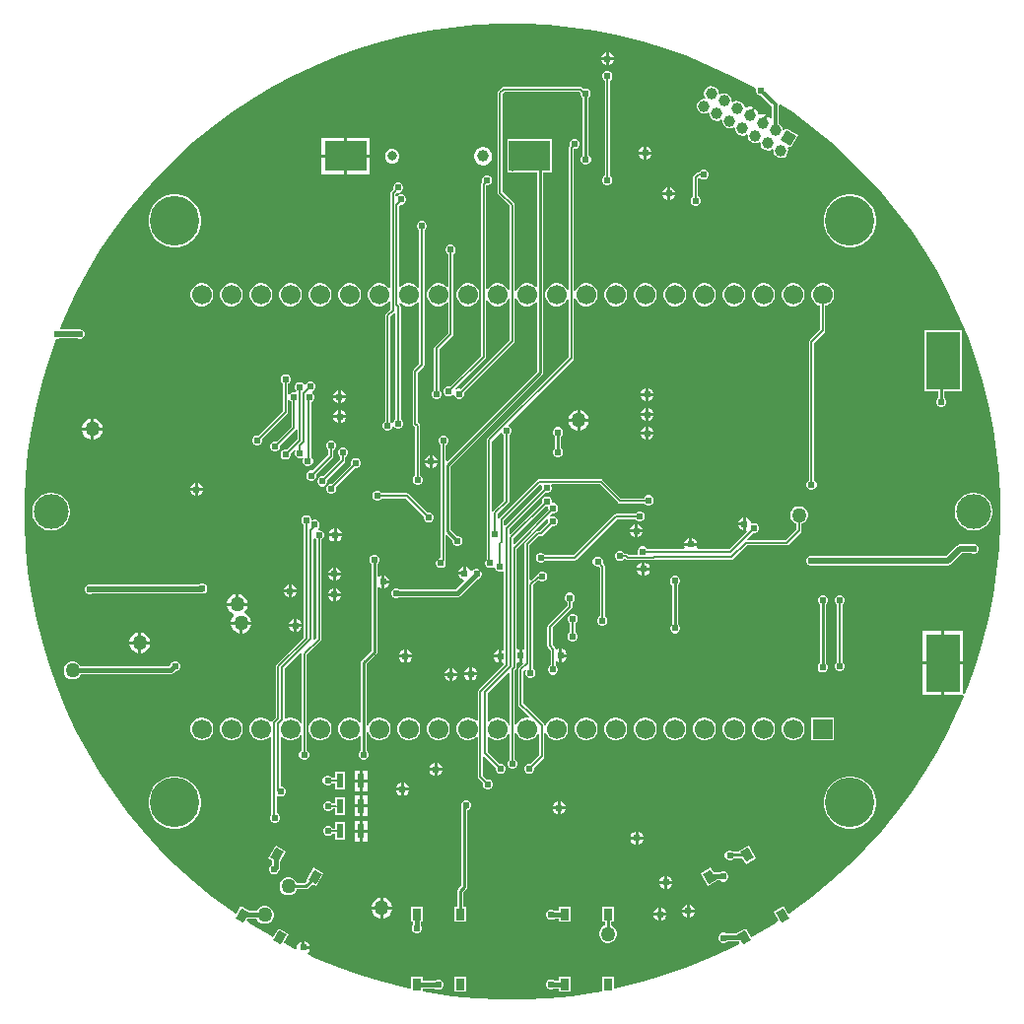
<source format=gbl>
G04*
G04 #@! TF.GenerationSoftware,Altium Limited,Altium Designer,21.4.1 (30)*
G04*
G04 Layer_Physical_Order=2*
G04 Layer_Color=16711680*
%FSLAX25Y25*%
%MOIN*%
G70*
G04*
G04 #@! TF.SameCoordinates,38BCD2B2-9596-478E-9E65-4FDEB67B726C*
G04*
G04*
G04 #@! TF.FilePolarity,Positive*
G04*
G01*
G75*
%ADD18C,0.01000*%
%ADD63C,0.02000*%
%ADD64C,0.01600*%
%ADD65C,0.00700*%
%ADD68C,0.01400*%
%ADD69C,0.03937*%
%ADD70C,0.03150*%
%ADD71C,0.06693*%
%ADD72R,0.06693X0.06693*%
%ADD73C,0.11811*%
%ADD74P,0.05568X4X195.0*%
%ADD75C,0.16732*%
%ADD76C,0.02400*%
%ADD77C,0.05000*%
G04:AMPARAMS|DCode=78|XSize=39.37mil|YSize=29.53mil|CornerRadius=0mil|HoleSize=0mil|Usage=FLASHONLY|Rotation=60.000|XOffset=0mil|YOffset=0mil|HoleType=Round|Shape=Rectangle|*
%AMROTATEDRECTD78*
4,1,4,0.00294,-0.02443,-0.02263,-0.00967,-0.00294,0.02443,0.02263,0.00967,0.00294,-0.02443,0.0*
%
%ADD78ROTATEDRECTD78*%

%ADD79R,0.02953X0.03937*%
%ADD80R,0.14173X0.10236*%
%ADD81R,0.11811X0.19685*%
G04:AMPARAMS|DCode=82|XSize=39.37mil|YSize=29.53mil|CornerRadius=0mil|HoleSize=0mil|Usage=FLASHONLY|Rotation=120.000|XOffset=0mil|YOffset=0mil|HoleType=Round|Shape=Rectangle|*
%AMROTATEDRECTD82*
4,1,4,0.02263,-0.00967,-0.00294,-0.02443,-0.02263,0.00967,0.00294,0.02443,0.02263,-0.00967,0.0*
%
%ADD82ROTATEDRECTD82*%

%ADD83R,0.02362X0.04921*%
G36*
X12142Y164602D02*
X20204Y163808D01*
X28217Y162620D01*
X36163Y161039D01*
X44021Y159071D01*
X51773Y156719D01*
X59401Y153990D01*
X66885Y150890D01*
X74208Y147426D01*
X81353Y143608D01*
X82501Y142920D01*
X82460Y142822D01*
Y142146D01*
X82719Y141521D01*
X83197Y141043D01*
X83822Y140784D01*
X84130D01*
X87776Y137138D01*
Y133056D01*
X87277Y132922D01*
X87045Y133323D01*
X86573Y133795D01*
X85103Y131250D01*
X84237Y131750D01*
X85707Y134295D01*
X85061Y134468D01*
X84279D01*
X83808Y134342D01*
X83445Y134378D01*
X83232Y134675D01*
X83106Y135146D01*
X82715Y135823D01*
X82242Y136295D01*
X80773Y133750D01*
X79907Y134250D01*
X81376Y136795D01*
X80731Y136969D01*
X79949D01*
X79194Y136766D01*
X79002Y136655D01*
X78963Y136656D01*
X78454Y136916D01*
X78267Y137613D01*
X77669Y138392D01*
X76819Y138883D01*
X75845Y139012D01*
X74896Y138757D01*
X74613Y138540D01*
X74145Y138811D01*
X74191Y139165D01*
X73937Y140113D01*
X73339Y140892D01*
X72489Y141383D01*
X71515Y141511D01*
X70566Y141257D01*
X70283Y141040D01*
X69814Y141310D01*
X69861Y141665D01*
X69607Y142613D01*
X69009Y143392D01*
X68158Y143883D01*
X67185Y144011D01*
X66236Y143757D01*
X65457Y143159D01*
X64966Y142309D01*
X64838Y141335D01*
X65092Y140387D01*
X65310Y140103D01*
X65039Y139635D01*
X64685Y139681D01*
X63736Y139427D01*
X62957Y138829D01*
X62466Y137979D01*
X62338Y137005D01*
X62592Y136057D01*
X63190Y135277D01*
X64040Y134786D01*
X65014Y134658D01*
X65963Y134913D01*
X66246Y135130D01*
X66715Y134859D01*
X66668Y134505D01*
X66922Y133557D01*
X67520Y132778D01*
X68371Y132287D01*
X69344Y132158D01*
X70293Y132413D01*
X70576Y132630D01*
X71045Y132359D01*
X70998Y132005D01*
X71252Y131057D01*
X71850Y130278D01*
X72701Y129787D01*
X73674Y129658D01*
X74623Y129912D01*
X74906Y130130D01*
X75375Y129859D01*
X75328Y129505D01*
X75582Y128557D01*
X76180Y127778D01*
X77031Y127287D01*
X78004Y127158D01*
X78953Y127412D01*
X79237Y127630D01*
X79705Y127359D01*
X79659Y127005D01*
X79913Y126057D01*
X80510Y125277D01*
X81361Y124786D01*
X82335Y124658D01*
X83283Y124913D01*
X83566Y125130D01*
X84035Y124859D01*
X83988Y124505D01*
X84243Y123557D01*
X84841Y122777D01*
X85691Y122286D01*
X86665Y122158D01*
X87613Y122413D01*
X87897Y122630D01*
X88365Y122359D01*
X88319Y122005D01*
X88573Y121057D01*
X89171Y120278D01*
X90021Y119787D01*
X90995Y119658D01*
X91943Y119913D01*
X92722Y120510D01*
X93213Y121361D01*
X93342Y122334D01*
X93110Y123199D01*
X93297Y123424D01*
X93493Y123556D01*
X94234Y123128D01*
X96702Y127403D01*
X92427Y129872D01*
X91999Y129131D01*
X91764Y129147D01*
X91489Y129248D01*
X91257Y130113D01*
X90659Y130892D01*
X90223Y131144D01*
Y137557D01*
X90432Y137733D01*
X90694Y137844D01*
X95037Y134942D01*
X101544Y130116D01*
X107806Y124977D01*
X113809Y119537D01*
X119537Y113809D01*
X124977Y107806D01*
X130116Y101544D01*
X134942Y95037D01*
X139443Y88301D01*
X143608Y81353D01*
X147426Y74208D01*
X150890Y66885D01*
X153990Y59401D01*
X156719Y51773D01*
X159071Y44021D01*
X161039Y36163D01*
X162620Y28217D01*
X163808Y20204D01*
X164602Y12142D01*
X165000Y4050D01*
Y0D01*
Y-4050D01*
X164602Y-12142D01*
X163808Y-20204D01*
X162620Y-28217D01*
X161039Y-36163D01*
X159071Y-44021D01*
X156719Y-51773D01*
X153990Y-59401D01*
X153075Y-61611D01*
X152575Y-61511D01*
Y-51681D01*
X146169D01*
Y-62024D01*
X152363D01*
X152722Y-62463D01*
X150890Y-66885D01*
X147426Y-74208D01*
X143608Y-81353D01*
X139443Y-88301D01*
X134942Y-95037D01*
X130116Y-101544D01*
X124977Y-107806D01*
X119537Y-113809D01*
X113809Y-119537D01*
X107806Y-124977D01*
X101544Y-130116D01*
X95037Y-134942D01*
X93625Y-135885D01*
X93138Y-135772D01*
X91776Y-133412D01*
X88353Y-135388D01*
X90028Y-138289D01*
X88301Y-139443D01*
X81353Y-143608D01*
X80789Y-143909D01*
X78990Y-140794D01*
X75824Y-142622D01*
X72273D01*
X71738Y-142400D01*
X71062D01*
X70437Y-142659D01*
X69959Y-143137D01*
X69700Y-143762D01*
Y-144438D01*
X69959Y-145063D01*
X70437Y-145541D01*
X71062Y-145800D01*
X71738D01*
X72363Y-145541D01*
X72632Y-145272D01*
X76682D01*
X76841Y-145493D01*
X76697Y-146096D01*
X74208Y-147426D01*
X66885Y-150890D01*
X59401Y-153990D01*
X51773Y-156719D01*
X44021Y-159071D01*
X36163Y-161039D01*
X34745Y-161321D01*
X34358Y-161004D01*
Y-157343D01*
X30405D01*
Y-162185D01*
X28217Y-162620D01*
X20204Y-163809D01*
X12142Y-164602D01*
X4050Y-165000D01*
X-4050D01*
X-12142Y-164602D01*
X-20204Y-163809D01*
X-28217Y-162620D01*
X-30405Y-162185D01*
Y-161235D01*
X-26177D01*
X-25963Y-161449D01*
X-25338Y-161708D01*
X-24662D01*
X-24037Y-161449D01*
X-23559Y-160971D01*
X-23300Y-160346D01*
Y-159670D01*
X-23559Y-159045D01*
X-24037Y-158567D01*
X-24662Y-158308D01*
X-25338D01*
X-25963Y-158567D01*
X-25980Y-158584D01*
X-30405D01*
Y-157343D01*
X-34358D01*
Y-161004D01*
X-34745Y-161321D01*
X-36163Y-161039D01*
X-44021Y-159071D01*
X-51773Y-156719D01*
X-59401Y-153990D01*
X-66885Y-150890D01*
X-69306Y-149745D01*
X-69289Y-149200D01*
X-68735Y-148646D01*
X-68426Y-147900D01*
X-70600D01*
Y-147400D01*
X-71100D01*
Y-145226D01*
X-71846Y-145535D01*
X-72465Y-146154D01*
X-72800Y-146962D01*
Y-147539D01*
X-73290Y-147860D01*
X-74208Y-147426D01*
X-76984Y-145943D01*
X-77121Y-145462D01*
X-75567Y-142770D01*
X-78990Y-140794D01*
X-80789Y-143909D01*
X-81353Y-143608D01*
X-88301Y-139443D01*
X-90028Y-138289D01*
X-89660Y-137652D01*
X-86448D01*
X-86129Y-138204D01*
X-85570Y-138763D01*
X-84886Y-139158D01*
X-84123Y-139362D01*
X-83333D01*
X-82570Y-139158D01*
X-81886Y-138763D01*
X-81328Y-138204D01*
X-80933Y-137520D01*
X-80728Y-136757D01*
Y-135967D01*
X-80933Y-135204D01*
X-81328Y-134520D01*
X-81886Y-133962D01*
X-82570Y-133567D01*
X-83333Y-133362D01*
X-84123D01*
X-84886Y-133567D01*
X-85570Y-133962D01*
X-86129Y-134520D01*
X-86407Y-135001D01*
X-89022D01*
X-91776Y-133412D01*
X-93138Y-135772D01*
X-93625Y-135885D01*
X-95037Y-134942D01*
X-101544Y-130116D01*
X-107806Y-124977D01*
X-113809Y-119537D01*
X-119537Y-113809D01*
X-124977Y-107806D01*
X-130116Y-101544D01*
X-134942Y-95037D01*
X-139443Y-88301D01*
X-143608Y-81353D01*
X-147426Y-74208D01*
X-150890Y-66885D01*
X-153990Y-59401D01*
X-156719Y-51773D01*
X-159071Y-44021D01*
X-161039Y-36163D01*
X-162620Y-28217D01*
X-163809Y-20204D01*
X-164602Y-12142D01*
X-165000Y-4050D01*
Y0D01*
Y4050D01*
X-164602Y12142D01*
X-163809Y20204D01*
X-162620Y28217D01*
X-161039Y36163D01*
X-159071Y44021D01*
X-156719Y51773D01*
X-154326Y58461D01*
X-154238Y58500D01*
X-153562D01*
X-153271Y58621D01*
X-147271D01*
X-146738Y58400D01*
X-146062D01*
X-145437Y58659D01*
X-144959Y59137D01*
X-144700Y59762D01*
Y60438D01*
X-144959Y61063D01*
X-145437Y61541D01*
X-146062Y61800D01*
X-146738D01*
X-147029Y61679D01*
X-152505D01*
X-152839Y62179D01*
X-150890Y66885D01*
X-147426Y74208D01*
X-143608Y81353D01*
X-139443Y88301D01*
X-134942Y95037D01*
X-130116Y101544D01*
X-124977Y107806D01*
X-119537Y113809D01*
X-113809Y119537D01*
X-107806Y124977D01*
X-101544Y130116D01*
X-95037Y134942D01*
X-88301Y139443D01*
X-81353Y143608D01*
X-74208Y147426D01*
X-66885Y150890D01*
X-59401Y153990D01*
X-51773Y156719D01*
X-44021Y159071D01*
X-36163Y161039D01*
X-28217Y162620D01*
X-20204Y163808D01*
X-12142Y164602D01*
X-4050Y165000D01*
X4050D01*
X12142Y164602D01*
D02*
G37*
%LPC*%
G36*
X32700Y155374D02*
Y153700D01*
X34374D01*
X34065Y154446D01*
X33446Y155065D01*
X32700Y155374D01*
D02*
G37*
G36*
X31700D02*
X30954Y155065D01*
X30335Y154446D01*
X30026Y153700D01*
X31700D01*
Y155374D01*
D02*
G37*
G36*
X34374Y152700D02*
X32700D01*
Y151026D01*
X33446Y151335D01*
X34065Y151954D01*
X34374Y152700D01*
D02*
G37*
G36*
X31700D02*
X30026D01*
X30335Y151954D01*
X30954Y151335D01*
X31700Y151026D01*
Y152700D01*
D02*
G37*
G36*
X45500Y123574D02*
Y121900D01*
X47174D01*
X46865Y122646D01*
X46246Y123265D01*
X45500Y123574D01*
D02*
G37*
G36*
X44500D02*
X43754Y123265D01*
X43135Y122646D01*
X42826Y121900D01*
X44500D01*
Y123574D01*
D02*
G37*
G36*
X-48270Y126418D02*
X-55857D01*
Y120800D01*
X-48270D01*
Y126418D01*
D02*
G37*
G36*
X-56857D02*
X-64443D01*
Y120800D01*
X-56857D01*
Y126418D01*
D02*
G37*
G36*
X47174Y120900D02*
X45500D01*
Y119226D01*
X46246Y119535D01*
X46865Y120154D01*
X47174Y120900D01*
D02*
G37*
G36*
X44500D02*
X42826D01*
X43135Y120154D01*
X43754Y119535D01*
X44500Y119226D01*
Y120900D01*
D02*
G37*
G36*
X-40118Y122768D02*
X-41100D01*
X-42007Y122393D01*
X-42702Y121698D01*
X-43077Y120791D01*
Y119809D01*
X-42702Y118902D01*
X-42007Y118207D01*
X-41100Y117832D01*
X-40118D01*
X-39211Y118207D01*
X-38516Y118902D01*
X-38140Y119809D01*
Y120791D01*
X-38516Y121698D01*
X-39211Y122393D01*
X-40118Y122768D01*
D02*
G37*
G36*
X23074Y143699D02*
X-2958D01*
X-3289Y143633D01*
X-3570Y143445D01*
X-4713Y142303D01*
X-4901Y142022D01*
X-4967Y141690D01*
Y107900D01*
X-4901Y107568D01*
X-4713Y107287D01*
X-867Y103441D01*
Y74793D01*
X-1367Y74727D01*
X-1416Y74910D01*
X-1922Y75787D01*
X-2638Y76503D01*
X-3515Y77009D01*
X-4494Y77272D01*
X-5506D01*
X-6485Y77009D01*
X-7362Y76503D01*
X-8078Y75787D01*
X-8333Y75345D01*
X-8833Y75479D01*
Y110400D01*
X-8162D01*
X-7537Y110659D01*
X-7059Y111137D01*
X-6800Y111762D01*
Y112438D01*
X-7059Y113063D01*
X-7537Y113541D01*
X-8162Y113800D01*
X-8838D01*
X-9463Y113541D01*
X-9941Y113063D01*
X-10200Y112438D01*
Y111762D01*
X-10142Y111623D01*
X-10313Y111453D01*
X-10501Y111172D01*
X-10567Y110840D01*
Y52809D01*
X-21066Y42310D01*
X-21162Y42350D01*
X-21838D01*
X-22463Y42091D01*
X-22941Y41613D01*
X-23200Y40988D01*
Y40312D01*
X-22941Y39687D01*
X-22463Y39209D01*
X-21838Y38950D01*
X-21162D01*
X-20537Y39209D01*
X-20100Y39646D01*
X-19855Y39617D01*
X-19585Y39525D01*
X-19341Y38937D01*
X-18863Y38459D01*
X-18238Y38200D01*
X-17562D01*
X-16937Y38459D01*
X-16459Y38937D01*
X-16200Y39562D01*
Y40238D01*
X-16240Y40334D01*
X613Y57187D01*
X801Y57468D01*
X867Y57800D01*
Y72058D01*
X1367Y72123D01*
X1416Y71940D01*
X1922Y71063D01*
X2638Y70347D01*
X3515Y69841D01*
X4494Y69579D01*
X5506D01*
X6485Y69841D01*
X7362Y70347D01*
X7827Y70812D01*
X8327Y70605D01*
Y47469D01*
X-10671Y28471D01*
X-10671Y28471D01*
X-21968Y17174D01*
X-22430Y17365D01*
Y22472D01*
X-22334Y22512D01*
X-21856Y22991D01*
X-21597Y23616D01*
Y24292D01*
X-21856Y24917D01*
X-22334Y25395D01*
X-22959Y25654D01*
X-23635D01*
X-24260Y25395D01*
X-24738Y24917D01*
X-24997Y24292D01*
Y23616D01*
X-24738Y22991D01*
X-24260Y22512D01*
X-24163Y22472D01*
Y-15685D01*
X-24459D01*
X-25084Y-15944D01*
X-25562Y-16422D01*
X-25821Y-17047D01*
Y-17723D01*
X-25562Y-18348D01*
X-25084Y-18826D01*
X-24459Y-19085D01*
X-23783D01*
X-23158Y-18826D01*
X-22680Y-18348D01*
X-22421Y-17723D01*
Y-17047D01*
X-22607Y-16598D01*
X-22496Y-16432D01*
X-22430Y-16101D01*
Y-8065D01*
X-21968Y-7874D01*
X-20200Y-9642D01*
Y-10238D01*
X-19941Y-10863D01*
X-19463Y-11341D01*
X-18838Y-11600D01*
X-18162D01*
X-17537Y-11341D01*
X-17059Y-10863D01*
X-16800Y-10238D01*
Y-9562D01*
X-17059Y-8937D01*
X-17537Y-8459D01*
X-18162Y-8200D01*
X-18758D01*
X-20902Y-6056D01*
Y15357D01*
X-9229Y27029D01*
X-9229Y27029D01*
X10067Y46325D01*
X10288Y46656D01*
X10366Y47047D01*
Y114682D01*
X13434D01*
Y125918D01*
X-1739D01*
Y114682D01*
X-283D01*
X-184Y114662D01*
X-86Y114682D01*
X8327D01*
Y76245D01*
X7827Y76038D01*
X7362Y76503D01*
X6485Y77009D01*
X5506Y77272D01*
X4494D01*
X3515Y77009D01*
X2638Y76503D01*
X1922Y75787D01*
X1416Y74910D01*
X1367Y74727D01*
X867Y74793D01*
Y103800D01*
X801Y104132D01*
X613Y104413D01*
X-3233Y108259D01*
Y141331D01*
X-2599Y141966D01*
X22715D01*
X23166Y141514D01*
Y141162D01*
X23425Y140537D01*
X23863Y140098D01*
Y120468D01*
X23459Y120063D01*
X23200Y119438D01*
Y118762D01*
X23459Y118137D01*
X23937Y117659D01*
X24562Y117400D01*
X25238D01*
X25863Y117659D01*
X26341Y118137D01*
X26600Y118762D01*
Y119438D01*
X26341Y120063D01*
X25903Y120502D01*
Y140132D01*
X26307Y140537D01*
X26566Y141162D01*
Y141838D01*
X26307Y142463D01*
X25829Y142941D01*
X25204Y143200D01*
X24528D01*
X24106Y143025D01*
X23686Y143445D01*
X23405Y143633D01*
X23074Y143699D01*
D02*
G37*
G36*
X-9498Y123359D02*
X-10303D01*
X-11081Y123151D01*
X-11778Y122748D01*
X-12348Y122178D01*
X-12751Y121481D01*
X-12959Y120703D01*
Y119897D01*
X-12751Y119119D01*
X-12348Y118422D01*
X-11778Y117852D01*
X-11081Y117449D01*
X-10303Y117241D01*
X-9498D01*
X-8720Y117449D01*
X-8022Y117852D01*
X-7452Y118422D01*
X-7050Y119119D01*
X-6841Y119897D01*
Y120703D01*
X-7050Y121481D01*
X-7452Y122178D01*
X-8022Y122748D01*
X-8720Y123151D01*
X-9498Y123359D01*
D02*
G37*
G36*
X-48270Y119800D02*
X-55857D01*
Y114182D01*
X-48270D01*
Y119800D01*
D02*
G37*
G36*
X-56857D02*
X-64443D01*
Y114182D01*
X-56857D01*
Y119800D01*
D02*
G37*
G36*
X65038Y115700D02*
X64362D01*
X63737Y115441D01*
X63259Y114963D01*
X63219Y114867D01*
X63000D01*
X62668Y114801D01*
X62387Y114613D01*
X61387Y113613D01*
X61199Y113332D01*
X61133Y113000D01*
Y106701D01*
X61037Y106661D01*
X60559Y106183D01*
X60300Y105558D01*
Y104882D01*
X60559Y104257D01*
X61037Y103779D01*
X61662Y103520D01*
X62338D01*
X62963Y103779D01*
X63441Y104257D01*
X63700Y104882D01*
Y105558D01*
X63441Y106183D01*
X62963Y106661D01*
X62867Y106701D01*
Y112641D01*
X63261Y113035D01*
X63737Y112559D01*
X64362Y112300D01*
X65038D01*
X65663Y112559D01*
X66141Y113037D01*
X66400Y113662D01*
Y114338D01*
X66141Y114963D01*
X65663Y115441D01*
X65038Y115700D01*
D02*
G37*
G36*
X32538Y149000D02*
X31862D01*
X31237Y148741D01*
X30759Y148263D01*
X30500Y147638D01*
Y146962D01*
X30759Y146337D01*
X31237Y145859D01*
X31333Y145819D01*
Y113681D01*
X31237Y113641D01*
X30759Y113163D01*
X30500Y112538D01*
Y111862D01*
X30759Y111237D01*
X31237Y110759D01*
X31862Y110500D01*
X32538D01*
X33163Y110759D01*
X33641Y111237D01*
X33900Y111862D01*
Y112538D01*
X33641Y113163D01*
X33163Y113641D01*
X33067Y113681D01*
Y145819D01*
X33163Y145859D01*
X33641Y146337D01*
X33900Y146962D01*
Y147638D01*
X33641Y148263D01*
X33163Y148741D01*
X32538Y149000D01*
D02*
G37*
G36*
X53500Y109774D02*
Y108100D01*
X55174D01*
X54865Y108846D01*
X54246Y109465D01*
X53500Y109774D01*
D02*
G37*
G36*
X52500D02*
X51754Y109465D01*
X51135Y108846D01*
X50826Y108100D01*
X52500D01*
Y109774D01*
D02*
G37*
G36*
X-38302Y111300D02*
X-38978D01*
X-39603Y111041D01*
X-40082Y110563D01*
X-40340Y109938D01*
Y109262D01*
X-40300Y109166D01*
X-41009Y108457D01*
X-41197Y108176D01*
X-41263Y107844D01*
Y75646D01*
X-41763Y75512D01*
X-41922Y75787D01*
X-42638Y76503D01*
X-43515Y77009D01*
X-44494Y77272D01*
X-45506D01*
X-46485Y77009D01*
X-47362Y76503D01*
X-48078Y75787D01*
X-48584Y74910D01*
X-48846Y73932D01*
Y72919D01*
X-48584Y71940D01*
X-48078Y71063D01*
X-47362Y70347D01*
X-46485Y69841D01*
X-45506Y69579D01*
X-44494D01*
X-43515Y69841D01*
X-42638Y70347D01*
X-41922Y71063D01*
X-41763Y71339D01*
X-41263Y71205D01*
Y68445D01*
X-42713Y66995D01*
X-42901Y66714D01*
X-42967Y66382D01*
Y30581D01*
X-43063Y30541D01*
X-43541Y30063D01*
X-43800Y29438D01*
Y28762D01*
X-43541Y28137D01*
X-43063Y27659D01*
X-42438Y27400D01*
X-41762D01*
X-41137Y27659D01*
X-40659Y28137D01*
X-40450Y28640D01*
X-40319Y28702D01*
X-40073Y28753D01*
X-39906Y28749D01*
X-39528Y28371D01*
X-38903Y28112D01*
X-38226D01*
X-37602Y28371D01*
X-37123Y28849D01*
X-36865Y29474D01*
Y30150D01*
X-37123Y30775D01*
X-37602Y31253D01*
X-37698Y31293D01*
Y69358D01*
X-37764Y69690D01*
X-37952Y69971D01*
X-38130Y70150D01*
X-38095Y70373D01*
X-37562Y70547D01*
X-37362Y70347D01*
X-36485Y69841D01*
X-35506Y69579D01*
X-34494D01*
X-33515Y69841D01*
X-32638Y70347D01*
X-31967Y71019D01*
X-31568Y70969D01*
X-31467Y70941D01*
Y50139D01*
X-33413Y48193D01*
X-33601Y47912D01*
X-33667Y47580D01*
Y29820D01*
X-33601Y29488D01*
X-33413Y29207D01*
X-32867Y28661D01*
Y12281D01*
X-32963Y12241D01*
X-33441Y11763D01*
X-33700Y11138D01*
Y10462D01*
X-33441Y9837D01*
X-32963Y9359D01*
X-32338Y9100D01*
X-31662D01*
X-31037Y9359D01*
X-30559Y9837D01*
X-30300Y10462D01*
Y11138D01*
X-30559Y11763D01*
X-31037Y12241D01*
X-31133Y12281D01*
Y29020D01*
X-31199Y29352D01*
X-31387Y29633D01*
X-31933Y30179D01*
Y47221D01*
X-29987Y49167D01*
X-29799Y49448D01*
X-29733Y49780D01*
Y95119D01*
X-29637Y95159D01*
X-29159Y95637D01*
X-28900Y96262D01*
Y96938D01*
X-29159Y97563D01*
X-29637Y98041D01*
X-30262Y98300D01*
X-30938D01*
X-31563Y98041D01*
X-32041Y97563D01*
X-32300Y96938D01*
Y96262D01*
X-32041Y95637D01*
X-31563Y95159D01*
X-31467Y95119D01*
Y75909D01*
X-31568Y75882D01*
X-31967Y75832D01*
X-32638Y76503D01*
X-33515Y77009D01*
X-34494Y77272D01*
X-35506D01*
X-36485Y77009D01*
X-37362Y76503D01*
X-37830Y76035D01*
X-38330Y76242D01*
Y103556D01*
X-37985Y103900D01*
X-37362D01*
X-36737Y104159D01*
X-36259Y104637D01*
X-36000Y105262D01*
Y105938D01*
X-36259Y106563D01*
X-36737Y107041D01*
X-37362Y107300D01*
X-38038D01*
X-38663Y107041D01*
X-39030Y106674D01*
X-39530Y106832D01*
Y107485D01*
X-39075Y107940D01*
X-38978Y107900D01*
X-38302D01*
X-37677Y108159D01*
X-37199Y108637D01*
X-36940Y109262D01*
Y109938D01*
X-37199Y110563D01*
X-37677Y111041D01*
X-38302Y111300D01*
D02*
G37*
G36*
X55174Y107100D02*
X53500D01*
Y105426D01*
X54246Y105735D01*
X54865Y106354D01*
X55174Y107100D01*
D02*
G37*
G36*
X52500D02*
X50826D01*
X51135Y106354D01*
X51754Y105735D01*
X52500Y105426D01*
Y107100D01*
D02*
G37*
G36*
X115073Y107266D02*
X113327D01*
X111614Y106925D01*
X110000Y106257D01*
X108548Y105287D01*
X107313Y104052D01*
X106343Y102600D01*
X105675Y100986D01*
X105334Y99273D01*
Y97527D01*
X105675Y95814D01*
X106343Y94200D01*
X107313Y92748D01*
X108548Y91513D01*
X110000Y90543D01*
X111614Y89875D01*
X113327Y89534D01*
X115073D01*
X116786Y89875D01*
X118400Y90543D01*
X119852Y91513D01*
X121087Y92748D01*
X122057Y94200D01*
X122725Y95814D01*
X123066Y97527D01*
Y99273D01*
X122725Y100986D01*
X122057Y102600D01*
X121087Y104052D01*
X119852Y105287D01*
X118400Y106257D01*
X116786Y106925D01*
X115073Y107266D01*
D02*
G37*
G36*
X-113327D02*
X-115073D01*
X-116786Y106925D01*
X-118400Y106257D01*
X-119852Y105287D01*
X-121087Y104052D01*
X-122057Y102600D01*
X-122725Y100986D01*
X-123066Y99273D01*
Y97527D01*
X-122725Y95814D01*
X-122057Y94200D01*
X-121087Y92748D01*
X-119852Y91513D01*
X-118400Y90543D01*
X-116786Y89875D01*
X-115073Y89534D01*
X-113327D01*
X-111614Y89875D01*
X-110000Y90543D01*
X-108548Y91513D01*
X-107313Y92748D01*
X-106343Y94200D01*
X-105675Y95814D01*
X-105334Y97527D01*
Y99273D01*
X-105675Y100986D01*
X-106343Y102600D01*
X-107313Y104052D01*
X-108548Y105287D01*
X-110000Y106257D01*
X-111614Y106925D01*
X-113327Y107266D01*
D02*
G37*
G36*
X-20465Y90300D02*
X-21142D01*
X-21767Y90041D01*
X-22245Y89563D01*
X-22503Y88938D01*
Y88262D01*
X-22245Y87637D01*
X-21767Y87159D01*
X-21670Y87119D01*
Y76242D01*
X-22170Y76035D01*
X-22638Y76503D01*
X-23515Y77009D01*
X-24494Y77272D01*
X-25506D01*
X-26485Y77009D01*
X-27362Y76503D01*
X-28078Y75787D01*
X-28584Y74910D01*
X-28846Y73932D01*
Y72919D01*
X-28584Y71940D01*
X-28078Y71063D01*
X-27362Y70347D01*
X-26485Y69841D01*
X-25506Y69579D01*
X-24494D01*
X-23515Y69841D01*
X-22638Y70347D01*
X-22170Y70815D01*
X-21670Y70608D01*
Y60419D01*
X-26213Y55876D01*
X-26401Y55595D01*
X-26467Y55264D01*
Y41181D01*
X-26563Y41141D01*
X-27041Y40663D01*
X-27300Y40038D01*
Y39362D01*
X-27041Y38737D01*
X-26563Y38259D01*
X-25938Y38000D01*
X-25262D01*
X-24637Y38259D01*
X-24159Y38737D01*
X-23900Y39362D01*
Y40038D01*
X-24159Y40663D01*
X-24637Y41141D01*
X-24733Y41181D01*
Y54905D01*
X-20191Y59447D01*
X-20003Y59728D01*
X-19937Y60060D01*
Y87119D01*
X-19841Y87159D01*
X-19362Y87637D01*
X-19104Y88262D01*
Y88938D01*
X-19362Y89563D01*
X-19841Y90041D01*
X-20465Y90300D01*
D02*
G37*
G36*
X21438Y126000D02*
X20762D01*
X20137Y125741D01*
X19659Y125263D01*
X19400Y124638D01*
Y123962D01*
X19487Y123752D01*
X19387Y123653D01*
X19199Y123372D01*
X19133Y123040D01*
Y74793D01*
X18633Y74727D01*
X18584Y74910D01*
X18078Y75787D01*
X17362Y76503D01*
X16485Y77009D01*
X15506Y77272D01*
X14494D01*
X13515Y77009D01*
X12638Y76503D01*
X11922Y75787D01*
X11416Y74910D01*
X11153Y73932D01*
Y72919D01*
X11416Y71940D01*
X11922Y71063D01*
X12638Y70347D01*
X13515Y69841D01*
X14494Y69579D01*
X15506D01*
X16485Y69841D01*
X17362Y70347D01*
X18078Y71063D01*
X18584Y71940D01*
X18633Y72123D01*
X19133Y72058D01*
Y52458D01*
X-8463Y24862D01*
X-8651Y24581D01*
X-8717Y24249D01*
Y-16149D01*
X-8990Y-16422D01*
X-9249Y-17047D01*
Y-17723D01*
X-8990Y-18348D01*
X-8512Y-18826D01*
X-7887Y-19085D01*
X-7211D01*
X-6586Y-18826D01*
X-6444Y-18685D01*
X-5944Y-18885D01*
X-5686Y-19510D01*
X-5207Y-19988D01*
X-4583Y-20246D01*
X-3906D01*
X-3281Y-19988D01*
X-3267Y-19973D01*
X-2767Y-20180D01*
Y-46546D01*
X-3182Y-46824D01*
X-3450Y-46713D01*
Y-48887D01*
Y-51062D01*
X-3392Y-51037D01*
X-2916Y-51337D01*
X-2891Y-51675D01*
X-11413Y-60196D01*
X-11601Y-60477D01*
X-11667Y-60809D01*
Y-70612D01*
X-12167Y-70819D01*
X-12638Y-70347D01*
X-13515Y-69841D01*
X-14494Y-69579D01*
X-15506D01*
X-16485Y-69841D01*
X-17362Y-70347D01*
X-18078Y-71063D01*
X-18584Y-71940D01*
X-18846Y-72919D01*
Y-73932D01*
X-18584Y-74910D01*
X-18078Y-75787D01*
X-17362Y-76503D01*
X-16485Y-77009D01*
X-15506Y-77272D01*
X-14494D01*
X-13515Y-77009D01*
X-12638Y-76503D01*
X-12167Y-76032D01*
X-11667Y-76239D01*
Y-89675D01*
X-11601Y-90006D01*
X-11413Y-90288D01*
X-10007Y-91694D01*
X-10046Y-91790D01*
Y-92466D01*
X-9788Y-93091D01*
X-9309Y-93569D01*
X-8685Y-93828D01*
X-8008D01*
X-7384Y-93569D01*
X-6905Y-93091D01*
X-6646Y-92466D01*
Y-91790D01*
X-6905Y-91165D01*
X-7384Y-90687D01*
X-8008Y-90428D01*
X-8685D01*
X-8781Y-90468D01*
X-9933Y-89316D01*
Y-82905D01*
X-9433Y-82697D01*
X-5566Y-86565D01*
X-5606Y-86661D01*
Y-87338D01*
X-5347Y-87963D01*
X-4869Y-88441D01*
X-4244Y-88700D01*
X-3568D01*
X-2943Y-88441D01*
X-2464Y-87963D01*
X-2206Y-87338D01*
Y-86661D01*
X-2464Y-86037D01*
X-2943Y-85558D01*
X-3568Y-85300D01*
X-4244D01*
X-4340Y-85339D01*
X-8330Y-81350D01*
Y-76242D01*
X-7830Y-76035D01*
X-7362Y-76503D01*
X-6485Y-77009D01*
X-5506Y-77272D01*
X-4494D01*
X-3515Y-77009D01*
X-2638Y-76503D01*
X-1922Y-75787D01*
X-1416Y-74910D01*
X-1335Y-74609D01*
X-835Y-74675D01*
Y-83768D01*
X-889Y-83790D01*
X-1368Y-84268D01*
X-1626Y-84893D01*
Y-85570D01*
X-1368Y-86194D01*
X-889Y-86673D01*
X-265Y-86932D01*
X412D01*
X1037Y-86673D01*
X1515Y-86194D01*
X1774Y-85570D01*
Y-84893D01*
X1515Y-84268D01*
X1037Y-83790D01*
X898Y-83733D01*
Y-74911D01*
X1398Y-74845D01*
X1416Y-74910D01*
X1922Y-75787D01*
X2638Y-76503D01*
X3515Y-77009D01*
X4494Y-77272D01*
X5506D01*
X6485Y-77009D01*
X7362Y-76503D01*
X8078Y-75787D01*
X8584Y-74910D01*
X8662Y-74621D01*
X9162Y-74687D01*
Y-82354D01*
X6176Y-85339D01*
X6080Y-85300D01*
X5404D01*
X4779Y-85558D01*
X4301Y-86037D01*
X4042Y-86661D01*
Y-87338D01*
X4301Y-87963D01*
X4779Y-88441D01*
X5404Y-88700D01*
X6080D01*
X6705Y-88441D01*
X7183Y-87963D01*
X7442Y-87338D01*
Y-86661D01*
X7402Y-86565D01*
X10641Y-83326D01*
X10829Y-83045D01*
X10895Y-82713D01*
Y-74899D01*
X11395Y-74833D01*
X11416Y-74910D01*
X11922Y-75787D01*
X12638Y-76503D01*
X13515Y-77009D01*
X14494Y-77272D01*
X15506D01*
X16485Y-77009D01*
X17362Y-76503D01*
X18078Y-75787D01*
X18584Y-74910D01*
X18846Y-73932D01*
Y-72919D01*
X18584Y-71940D01*
X18078Y-71063D01*
X17362Y-70347D01*
X16485Y-69841D01*
X15506Y-69579D01*
X14494D01*
X13515Y-69841D01*
X12638Y-70347D01*
X11922Y-71063D01*
X11416Y-71940D01*
X11367Y-72123D01*
X10853Y-72107D01*
X10829Y-71984D01*
X10641Y-71703D01*
X6355Y-67416D01*
X3717Y-64778D01*
Y-53759D01*
X4353Y-53122D01*
X4709Y-53471D01*
X4450Y-54096D01*
Y-54772D01*
X4709Y-55397D01*
X5187Y-55875D01*
X5812Y-56134D01*
X6488D01*
X7113Y-55875D01*
X7591Y-55397D01*
X7850Y-54772D01*
Y-54096D01*
X7591Y-53471D01*
X7113Y-52993D01*
X7067Y-52974D01*
Y-24856D01*
X8906Y-23016D01*
X9205Y-23314D01*
X9830Y-23573D01*
X10506D01*
X11131Y-23314D01*
X11609Y-22836D01*
X11868Y-22211D01*
Y-21535D01*
X11609Y-20910D01*
X11131Y-20432D01*
X10506Y-20173D01*
X9830D01*
X9205Y-20432D01*
X8727Y-20910D01*
X8595Y-21227D01*
X8273Y-21291D01*
X7992Y-21479D01*
X6329Y-23142D01*
X5867Y-22951D01*
Y-11336D01*
X9035Y-8168D01*
X9699D01*
X10030Y-8102D01*
X10312Y-7914D01*
X13265Y-4960D01*
X13362Y-5000D01*
X14038D01*
X14663Y-4741D01*
X15141Y-4263D01*
X15400Y-3638D01*
Y-2962D01*
X15141Y-2337D01*
X14663Y-1859D01*
X14038Y-1600D01*
X13362D01*
X12971Y-1762D01*
X12687Y-1338D01*
X13552Y-474D01*
X14218D01*
X14843Y-215D01*
X15321Y263D01*
X15580Y888D01*
Y1564D01*
X15321Y2189D01*
X14843Y2667D01*
X14218Y2926D01*
X13774D01*
X13453Y3140D01*
X13350Y3388D01*
Y3885D01*
X13091Y4510D01*
X12613Y4988D01*
X11988Y5247D01*
X11312D01*
X10687Y4988D01*
X10209Y4510D01*
X9950Y3885D01*
Y3209D01*
X9990Y3112D01*
X-571Y-7449D01*
X-1033Y-7258D01*
Y-5809D01*
X11215Y6440D01*
X11312Y6400D01*
X11988D01*
X12613Y6659D01*
X13091Y7137D01*
X13350Y7762D01*
Y8438D01*
X13207Y8783D01*
X13524Y9283D01*
X29591D01*
X35787Y3087D01*
X36068Y2899D01*
X36400Y2833D01*
X44862D01*
X45237Y2459D01*
X45862Y2200D01*
X46538D01*
X47163Y2459D01*
X47641Y2937D01*
X47900Y3562D01*
Y4238D01*
X47641Y4863D01*
X47163Y5341D01*
X46538Y5600D01*
X45862D01*
X45237Y5341D01*
X44759Y4863D01*
X44636Y4567D01*
X36759D01*
X30563Y10763D01*
X30282Y10951D01*
X29950Y11017D01*
X9041D01*
X8710Y10951D01*
X8429Y10763D01*
X-4363Y-2029D01*
X-4433Y-2134D01*
X-4933Y-1983D01*
Y-712D01*
X-1287Y2934D01*
X-1099Y3215D01*
X-1033Y3547D01*
Y25819D01*
X-937Y25859D01*
X-459Y26337D01*
X-200Y26962D01*
Y27638D01*
X-459Y28263D01*
X-937Y28741D01*
X-1282Y28884D01*
X-1412Y29462D01*
X20613Y51486D01*
X20801Y51767D01*
X20867Y52099D01*
Y72058D01*
X21367Y72123D01*
X21416Y71940D01*
X21922Y71063D01*
X22638Y70347D01*
X23515Y69841D01*
X24494Y69579D01*
X25506D01*
X26485Y69841D01*
X27362Y70347D01*
X28078Y71063D01*
X28584Y71940D01*
X28846Y72919D01*
Y73932D01*
X28584Y74910D01*
X28078Y75787D01*
X27362Y76503D01*
X26485Y77009D01*
X25506Y77272D01*
X24494D01*
X23515Y77009D01*
X22638Y76503D01*
X21922Y75787D01*
X21416Y74910D01*
X21367Y74727D01*
X20867Y74793D01*
Y122600D01*
X21438D01*
X22063Y122859D01*
X22541Y123337D01*
X22800Y123962D01*
Y124638D01*
X22541Y125263D01*
X22063Y125741D01*
X21438Y126000D01*
D02*
G37*
G36*
X95506Y77272D02*
X94494D01*
X93515Y77009D01*
X92638Y76503D01*
X91922Y75787D01*
X91416Y74910D01*
X91154Y73932D01*
Y72919D01*
X91416Y71940D01*
X91922Y71063D01*
X92638Y70347D01*
X93515Y69841D01*
X94494Y69579D01*
X95506D01*
X96485Y69841D01*
X97362Y70347D01*
X98078Y71063D01*
X98584Y71940D01*
X98847Y72919D01*
Y73932D01*
X98584Y74910D01*
X98078Y75787D01*
X97362Y76503D01*
X96485Y77009D01*
X95506Y77272D01*
D02*
G37*
G36*
X85506D02*
X84494D01*
X83515Y77009D01*
X82638Y76503D01*
X81922Y75787D01*
X81416Y74910D01*
X81154Y73932D01*
Y72919D01*
X81416Y71940D01*
X81922Y71063D01*
X82638Y70347D01*
X83515Y69841D01*
X84494Y69579D01*
X85506D01*
X86485Y69841D01*
X87362Y70347D01*
X88078Y71063D01*
X88584Y71940D01*
X88846Y72919D01*
Y73932D01*
X88584Y74910D01*
X88078Y75787D01*
X87362Y76503D01*
X86485Y77009D01*
X85506Y77272D01*
D02*
G37*
G36*
X75506D02*
X74494D01*
X73515Y77009D01*
X72638Y76503D01*
X71922Y75787D01*
X71416Y74910D01*
X71153Y73932D01*
Y72919D01*
X71416Y71940D01*
X71922Y71063D01*
X72638Y70347D01*
X73515Y69841D01*
X74494Y69579D01*
X75506D01*
X76485Y69841D01*
X77362Y70347D01*
X78078Y71063D01*
X78584Y71940D01*
X78847Y72919D01*
Y73932D01*
X78584Y74910D01*
X78078Y75787D01*
X77362Y76503D01*
X76485Y77009D01*
X75506Y77272D01*
D02*
G37*
G36*
X65506D02*
X64494D01*
X63515Y77009D01*
X62638Y76503D01*
X61922Y75787D01*
X61416Y74910D01*
X61154Y73932D01*
Y72919D01*
X61416Y71940D01*
X61922Y71063D01*
X62638Y70347D01*
X63515Y69841D01*
X64494Y69579D01*
X65506D01*
X66485Y69841D01*
X67362Y70347D01*
X68078Y71063D01*
X68584Y71940D01*
X68846Y72919D01*
Y73932D01*
X68584Y74910D01*
X68078Y75787D01*
X67362Y76503D01*
X66485Y77009D01*
X65506Y77272D01*
D02*
G37*
G36*
X55506D02*
X54494D01*
X53515Y77009D01*
X52638Y76503D01*
X51922Y75787D01*
X51416Y74910D01*
X51154Y73932D01*
Y72919D01*
X51416Y71940D01*
X51922Y71063D01*
X52638Y70347D01*
X53515Y69841D01*
X54494Y69579D01*
X55506D01*
X56485Y69841D01*
X57362Y70347D01*
X58078Y71063D01*
X58584Y71940D01*
X58846Y72919D01*
Y73932D01*
X58584Y74910D01*
X58078Y75787D01*
X57362Y76503D01*
X56485Y77009D01*
X55506Y77272D01*
D02*
G37*
G36*
X45506D02*
X44494D01*
X43515Y77009D01*
X42638Y76503D01*
X41922Y75787D01*
X41416Y74910D01*
X41154Y73932D01*
Y72919D01*
X41416Y71940D01*
X41922Y71063D01*
X42638Y70347D01*
X43515Y69841D01*
X44494Y69579D01*
X45506D01*
X46485Y69841D01*
X47362Y70347D01*
X48078Y71063D01*
X48584Y71940D01*
X48846Y72919D01*
Y73932D01*
X48584Y74910D01*
X48078Y75787D01*
X47362Y76503D01*
X46485Y77009D01*
X45506Y77272D01*
D02*
G37*
G36*
X35506D02*
X34494D01*
X33515Y77009D01*
X32638Y76503D01*
X31922Y75787D01*
X31416Y74910D01*
X31154Y73932D01*
Y72919D01*
X31416Y71940D01*
X31922Y71063D01*
X32638Y70347D01*
X33515Y69841D01*
X34494Y69579D01*
X35506D01*
X36485Y69841D01*
X37362Y70347D01*
X38078Y71063D01*
X38584Y71940D01*
X38846Y72919D01*
Y73932D01*
X38584Y74910D01*
X38078Y75787D01*
X37362Y76503D01*
X36485Y77009D01*
X35506Y77272D01*
D02*
G37*
G36*
X-14494D02*
X-15506D01*
X-16485Y77009D01*
X-17362Y76503D01*
X-18078Y75787D01*
X-18584Y74910D01*
X-18846Y73932D01*
Y72919D01*
X-18584Y71940D01*
X-18078Y71063D01*
X-17362Y70347D01*
X-16485Y69841D01*
X-15506Y69579D01*
X-14494D01*
X-13515Y69841D01*
X-12638Y70347D01*
X-11922Y71063D01*
X-11416Y71940D01*
X-11153Y72919D01*
Y73932D01*
X-11416Y74910D01*
X-11922Y75787D01*
X-12638Y76503D01*
X-13515Y77009D01*
X-14494Y77272D01*
D02*
G37*
G36*
X-54494D02*
X-55506D01*
X-56485Y77009D01*
X-57362Y76503D01*
X-58078Y75787D01*
X-58584Y74910D01*
X-58846Y73932D01*
Y72919D01*
X-58584Y71940D01*
X-58078Y71063D01*
X-57362Y70347D01*
X-56485Y69841D01*
X-55506Y69579D01*
X-54494D01*
X-53515Y69841D01*
X-52638Y70347D01*
X-51922Y71063D01*
X-51416Y71940D01*
X-51154Y72919D01*
Y73932D01*
X-51416Y74910D01*
X-51922Y75787D01*
X-52638Y76503D01*
X-53515Y77009D01*
X-54494Y77272D01*
D02*
G37*
G36*
X-64494D02*
X-65506D01*
X-66485Y77009D01*
X-67362Y76503D01*
X-68078Y75787D01*
X-68584Y74910D01*
X-68846Y73932D01*
Y72919D01*
X-68584Y71940D01*
X-68078Y71063D01*
X-67362Y70347D01*
X-66485Y69841D01*
X-65506Y69579D01*
X-64494D01*
X-63515Y69841D01*
X-62638Y70347D01*
X-61922Y71063D01*
X-61416Y71940D01*
X-61154Y72919D01*
Y73932D01*
X-61416Y74910D01*
X-61922Y75787D01*
X-62638Y76503D01*
X-63515Y77009D01*
X-64494Y77272D01*
D02*
G37*
G36*
X-74494D02*
X-75506D01*
X-76485Y77009D01*
X-77362Y76503D01*
X-78078Y75787D01*
X-78584Y74910D01*
X-78847Y73932D01*
Y72919D01*
X-78584Y71940D01*
X-78078Y71063D01*
X-77362Y70347D01*
X-76485Y69841D01*
X-75506Y69579D01*
X-74494D01*
X-73515Y69841D01*
X-72638Y70347D01*
X-71922Y71063D01*
X-71416Y71940D01*
X-71153Y72919D01*
Y73932D01*
X-71416Y74910D01*
X-71922Y75787D01*
X-72638Y76503D01*
X-73515Y77009D01*
X-74494Y77272D01*
D02*
G37*
G36*
X-84494D02*
X-85506D01*
X-86485Y77009D01*
X-87362Y76503D01*
X-88078Y75787D01*
X-88584Y74910D01*
X-88846Y73932D01*
Y72919D01*
X-88584Y71940D01*
X-88078Y71063D01*
X-87362Y70347D01*
X-86485Y69841D01*
X-85506Y69579D01*
X-84494D01*
X-83515Y69841D01*
X-82638Y70347D01*
X-81922Y71063D01*
X-81416Y71940D01*
X-81154Y72919D01*
Y73932D01*
X-81416Y74910D01*
X-81922Y75787D01*
X-82638Y76503D01*
X-83515Y77009D01*
X-84494Y77272D01*
D02*
G37*
G36*
X-94494D02*
X-95506D01*
X-96485Y77009D01*
X-97362Y76503D01*
X-98078Y75787D01*
X-98584Y74910D01*
X-98847Y73932D01*
Y72919D01*
X-98584Y71940D01*
X-98078Y71063D01*
X-97362Y70347D01*
X-96485Y69841D01*
X-95506Y69579D01*
X-94494D01*
X-93515Y69841D01*
X-92638Y70347D01*
X-91922Y71063D01*
X-91416Y71940D01*
X-91154Y72919D01*
Y73932D01*
X-91416Y74910D01*
X-91922Y75787D01*
X-92638Y76503D01*
X-93515Y77009D01*
X-94494Y77272D01*
D02*
G37*
G36*
X-104494D02*
X-105506D01*
X-106485Y77009D01*
X-107362Y76503D01*
X-108078Y75787D01*
X-108584Y74910D01*
X-108846Y73932D01*
Y72919D01*
X-108584Y71940D01*
X-108078Y71063D01*
X-107362Y70347D01*
X-106485Y69841D01*
X-105506Y69579D01*
X-104494D01*
X-103515Y69841D01*
X-102638Y70347D01*
X-101922Y71063D01*
X-101416Y71940D01*
X-101154Y72919D01*
Y73932D01*
X-101416Y74910D01*
X-101922Y75787D01*
X-102638Y76503D01*
X-103515Y77009D01*
X-104494Y77272D01*
D02*
G37*
G36*
X46100Y41874D02*
Y40200D01*
X47774D01*
X47465Y40946D01*
X46846Y41565D01*
X46100Y41874D01*
D02*
G37*
G36*
X45100D02*
X44354Y41565D01*
X43735Y40946D01*
X43426Y40200D01*
X45100D01*
Y41874D01*
D02*
G37*
G36*
X-57932Y40959D02*
Y39285D01*
X-56258D01*
X-56567Y40031D01*
X-57186Y40650D01*
X-57932Y40959D01*
D02*
G37*
G36*
X-58932D02*
X-59679Y40650D01*
X-60298Y40031D01*
X-60607Y39285D01*
X-58932D01*
Y40959D01*
D02*
G37*
G36*
X47774Y39200D02*
X46100D01*
Y37526D01*
X46846Y37835D01*
X47465Y38454D01*
X47774Y39200D01*
D02*
G37*
G36*
X45100D02*
X43426D01*
X43735Y38454D01*
X44354Y37835D01*
X45100Y37526D01*
Y39200D01*
D02*
G37*
G36*
X-56258Y38285D02*
X-57932D01*
Y36611D01*
X-57186Y36920D01*
X-56567Y37539D01*
X-56258Y38285D01*
D02*
G37*
G36*
X-58932D02*
X-60607D01*
X-60298Y37539D01*
X-59679Y36920D01*
X-58932Y36611D01*
Y38285D01*
D02*
G37*
G36*
X152075Y61524D02*
X139264D01*
Y40839D01*
X144036D01*
Y38585D01*
X143614Y38163D01*
X143355Y37538D01*
Y36862D01*
X143614Y36237D01*
X144092Y35759D01*
X144717Y35500D01*
X145393D01*
X146018Y35759D01*
X146496Y36237D01*
X146755Y36862D01*
Y37538D01*
X146496Y38163D01*
X146075Y38585D01*
Y40839D01*
X152075D01*
Y61524D01*
D02*
G37*
G36*
X46205Y35074D02*
Y33400D01*
X47879D01*
X47570Y34146D01*
X46951Y34765D01*
X46205Y35074D01*
D02*
G37*
G36*
X45205D02*
X44459Y34765D01*
X43840Y34146D01*
X43531Y33400D01*
X45205D01*
Y35074D01*
D02*
G37*
G36*
X-57797Y34323D02*
Y32649D01*
X-56123D01*
X-56432Y33395D01*
X-57051Y34014D01*
X-57797Y34323D01*
D02*
G37*
G36*
X-58797D02*
X-59543Y34014D01*
X-60162Y33395D01*
X-60471Y32649D01*
X-58797D01*
Y34323D01*
D02*
G37*
G36*
X22916Y34421D02*
Y31431D01*
X25905D01*
X25677Y32282D01*
X25216Y33081D01*
X24565Y33732D01*
X23767Y34193D01*
X22916Y34421D01*
D02*
G37*
G36*
X21916D02*
X21065Y34193D01*
X20267Y33732D01*
X19615Y33081D01*
X19154Y32282D01*
X18926Y31431D01*
X21916D01*
Y34421D01*
D02*
G37*
G36*
X47879Y32400D02*
X46205D01*
Y30726D01*
X46951Y31035D01*
X47570Y31654D01*
X47879Y32400D01*
D02*
G37*
G36*
X45205D02*
X43531D01*
X43840Y31654D01*
X44459Y31035D01*
X45205Y30726D01*
Y32400D01*
D02*
G37*
G36*
X-56123Y31649D02*
X-57797D01*
Y29974D01*
X-57051Y30283D01*
X-56432Y30902D01*
X-56123Y31649D01*
D02*
G37*
G36*
X-58797D02*
X-60471D01*
X-60162Y30902D01*
X-59543Y30283D01*
X-58797Y29974D01*
Y31649D01*
D02*
G37*
G36*
X-141500Y31490D02*
Y28500D01*
X-138511D01*
X-138739Y29351D01*
X-139199Y30149D01*
X-139851Y30801D01*
X-140649Y31262D01*
X-141500Y31490D01*
D02*
G37*
G36*
X-142500D02*
X-143351Y31262D01*
X-144149Y30801D01*
X-144801Y30149D01*
X-145262Y29351D01*
X-145490Y28500D01*
X-142500D01*
Y31490D01*
D02*
G37*
G36*
X25905Y30432D02*
X22916D01*
Y27442D01*
X23767Y27670D01*
X24565Y28131D01*
X25216Y28782D01*
X25677Y29581D01*
X25905Y30432D01*
D02*
G37*
G36*
X21916D02*
X18926D01*
X19154Y29581D01*
X19615Y28782D01*
X20267Y28131D01*
X21065Y27670D01*
X21916Y27442D01*
Y30432D01*
D02*
G37*
G36*
X46205Y28688D02*
Y27014D01*
X47879D01*
X47570Y27760D01*
X46951Y28379D01*
X46205Y28688D01*
D02*
G37*
G36*
X45205D02*
X44459Y28379D01*
X43840Y27760D01*
X43531Y27014D01*
X45205D01*
Y28688D01*
D02*
G37*
G36*
X-138511Y27500D02*
X-141500D01*
Y24510D01*
X-140649Y24738D01*
X-139851Y25199D01*
X-139199Y25851D01*
X-138739Y26649D01*
X-138511Y27500D01*
D02*
G37*
G36*
X-142500D02*
X-145490D01*
X-145262Y26649D01*
X-144801Y25851D01*
X-144149Y25199D01*
X-143351Y24738D01*
X-142500Y24510D01*
Y27500D01*
D02*
G37*
G36*
X47879Y26014D02*
X46205D01*
Y24340D01*
X46951Y24649D01*
X47570Y25267D01*
X47879Y26014D01*
D02*
G37*
G36*
X45205D02*
X43531D01*
X43840Y25267D01*
X44459Y24649D01*
X45205Y24340D01*
Y26014D01*
D02*
G37*
G36*
X15838Y28600D02*
X15162D01*
X14537Y28341D01*
X14059Y27863D01*
X13800Y27238D01*
Y26562D01*
X14059Y25937D01*
X14480Y25515D01*
Y21485D01*
X14059Y21063D01*
X13800Y20438D01*
Y19762D01*
X14059Y19137D01*
X14537Y18659D01*
X15162Y18400D01*
X15838D01*
X16463Y18659D01*
X16941Y19137D01*
X17200Y19762D01*
Y20438D01*
X16941Y21063D01*
X16520Y21485D01*
Y25515D01*
X16941Y25937D01*
X17200Y26562D01*
Y27238D01*
X16941Y27863D01*
X16463Y28341D01*
X15838Y28600D01*
D02*
G37*
G36*
X-27000Y19174D02*
Y17500D01*
X-25326D01*
X-25635Y18246D01*
X-26254Y18865D01*
X-27000Y19174D01*
D02*
G37*
G36*
X-28000D02*
X-28746Y18865D01*
X-29365Y18246D01*
X-29674Y17500D01*
X-28000D01*
Y19174D01*
D02*
G37*
G36*
X-76313Y46564D02*
X-76990D01*
X-77614Y46305D01*
X-78093Y45827D01*
X-78351Y45202D01*
Y44526D01*
X-78093Y43901D01*
X-77614Y43423D01*
X-77518Y43383D01*
Y34108D01*
X-85765Y25860D01*
X-85862Y25900D01*
X-86538D01*
X-87163Y25641D01*
X-87641Y25163D01*
X-87900Y24538D01*
Y23862D01*
X-87641Y23237D01*
X-87163Y22759D01*
X-86538Y22500D01*
X-85862D01*
X-85237Y22759D01*
X-84759Y23237D01*
X-84500Y23862D01*
Y24538D01*
X-84540Y24634D01*
X-76039Y33136D01*
X-75851Y33417D01*
X-75785Y33749D01*
Y37627D01*
X-75550Y37738D01*
X-75285Y37781D01*
X-74863Y37359D01*
X-74742Y37309D01*
Y28679D01*
X-79694Y23727D01*
X-79791Y23767D01*
X-80467D01*
X-81092Y23508D01*
X-81570Y23030D01*
X-81829Y22405D01*
Y21729D01*
X-81570Y21104D01*
X-81092Y20625D01*
X-80467Y20367D01*
X-79791D01*
X-79166Y20625D01*
X-78688Y21104D01*
X-78429Y21729D01*
Y22405D01*
X-78469Y22501D01*
X-73262Y27708D01*
X-73192Y27813D01*
X-72692Y27661D01*
Y24533D01*
X-76217Y21008D01*
X-76313Y21048D01*
X-76990D01*
X-77614Y20789D01*
X-78093Y20311D01*
X-78351Y19686D01*
Y19010D01*
X-78093Y18385D01*
X-77614Y17907D01*
X-76990Y17648D01*
X-76313D01*
X-75688Y17907D01*
X-75210Y18385D01*
X-74951Y19010D01*
Y19686D01*
X-74991Y19782D01*
X-73621Y21152D01*
X-73241Y20863D01*
X-73500Y20238D01*
Y19562D01*
X-73241Y18937D01*
X-72763Y18459D01*
X-72138Y18200D01*
X-71462D01*
X-70942Y18415D01*
X-70585Y18058D01*
X-70800Y17538D01*
Y16862D01*
X-70541Y16237D01*
X-70063Y15759D01*
X-69438Y15500D01*
X-68762D01*
X-68137Y15759D01*
X-67659Y16237D01*
X-67400Y16862D01*
Y17538D01*
X-67659Y18163D01*
X-67983Y18487D01*
Y37200D01*
X-67637Y37344D01*
X-67159Y37822D01*
X-66900Y38447D01*
Y39123D01*
X-67159Y39748D01*
X-67637Y40226D01*
X-67668Y40239D01*
Y40780D01*
X-67237Y40959D01*
X-66759Y41437D01*
X-66500Y42062D01*
Y42738D01*
X-66759Y43363D01*
X-67237Y43841D01*
X-67862Y44100D01*
X-68538D01*
X-69163Y43841D01*
X-69641Y43363D01*
X-69783Y43020D01*
X-70325D01*
X-70384Y43163D01*
X-70862Y43641D01*
X-71487Y43900D01*
X-72163D01*
X-72788Y43641D01*
X-73266Y43163D01*
X-73525Y42538D01*
Y41862D01*
X-73266Y41237D01*
X-73071Y41041D01*
X-73092Y40847D01*
X-73562Y40500D01*
X-74238D01*
X-74863Y40241D01*
X-75285Y39819D01*
X-75550Y39862D01*
X-75785Y39973D01*
Y43383D01*
X-75688Y43423D01*
X-75210Y43901D01*
X-74951Y44526D01*
Y45202D01*
X-75210Y45827D01*
X-75688Y46305D01*
X-76313Y46564D01*
D02*
G37*
G36*
X-25326Y16500D02*
X-27000D01*
Y14826D01*
X-26254Y15135D01*
X-25635Y15754D01*
X-25326Y16500D01*
D02*
G37*
G36*
X-28000D02*
X-29674D01*
X-29365Y15754D01*
X-28746Y15135D01*
X-28000Y14826D01*
Y16500D01*
D02*
G37*
G36*
X-60962Y24000D02*
X-61638D01*
X-62263Y23741D01*
X-62741Y23263D01*
X-63000Y22638D01*
Y21962D01*
X-62741Y21337D01*
X-62263Y20859D01*
X-62167Y20819D01*
Y19269D01*
X-67551Y13884D01*
X-67648Y13924D01*
X-68324D01*
X-68949Y13665D01*
X-69427Y13187D01*
X-69686Y12562D01*
Y11886D01*
X-69427Y11261D01*
X-68949Y10783D01*
X-68324Y10524D01*
X-67648D01*
X-67023Y10783D01*
X-66545Y11261D01*
X-66286Y11886D01*
Y12562D01*
X-66326Y12659D01*
X-60687Y18297D01*
X-60499Y18578D01*
X-60433Y18910D01*
Y20819D01*
X-60337Y20859D01*
X-59859Y21337D01*
X-59600Y21962D01*
Y22638D01*
X-59859Y23263D01*
X-60337Y23741D01*
X-60962Y24000D01*
D02*
G37*
G36*
X-56961Y21717D02*
X-57637D01*
X-58262Y21458D01*
X-58740Y20980D01*
X-58999Y20355D01*
Y19679D01*
X-58740Y19054D01*
X-58262Y18575D01*
X-58166Y18535D01*
Y17616D01*
X-63866Y11916D01*
X-63962Y11956D01*
X-64639D01*
X-65263Y11697D01*
X-65742Y11219D01*
X-66000Y10594D01*
Y9917D01*
X-65742Y9293D01*
X-65263Y8814D01*
X-64639Y8556D01*
X-63962D01*
X-63337Y8814D01*
X-62859Y9293D01*
X-62600Y9917D01*
Y10594D01*
X-62640Y10690D01*
X-56686Y16644D01*
X-56498Y16925D01*
X-56432Y17257D01*
Y18535D01*
X-56336Y18575D01*
X-55858Y19054D01*
X-55599Y19679D01*
Y20355D01*
X-55858Y20980D01*
X-56336Y21458D01*
X-56961Y21717D01*
D02*
G37*
G36*
X-106300Y9674D02*
Y8000D01*
X-104626D01*
X-104935Y8746D01*
X-105554Y9365D01*
X-106300Y9674D01*
D02*
G37*
G36*
X-107300D02*
X-108046Y9365D01*
X-108665Y8746D01*
X-108974Y8000D01*
X-107300D01*
Y9674D01*
D02*
G37*
G36*
X105506Y77272D02*
X104494D01*
X103515Y77009D01*
X102638Y76503D01*
X101922Y75787D01*
X101416Y74910D01*
X101154Y73932D01*
Y72919D01*
X101416Y71940D01*
X101922Y71063D01*
X102638Y70347D01*
X103515Y69841D01*
X104133Y69675D01*
Y61659D01*
X100587Y58113D01*
X100399Y57832D01*
X100333Y57500D01*
Y10554D01*
X100260Y10524D01*
X99781Y10046D01*
X99523Y9421D01*
Y8745D01*
X99781Y8120D01*
X100260Y7642D01*
X100884Y7383D01*
X101561D01*
X102186Y7642D01*
X102664Y8120D01*
X102923Y8745D01*
Y9421D01*
X102664Y10046D01*
X102186Y10524D01*
X102067Y10573D01*
Y57141D01*
X105613Y60687D01*
X105801Y60968D01*
X105867Y61300D01*
Y69675D01*
X106485Y69841D01*
X107362Y70347D01*
X108078Y71063D01*
X108584Y71940D01*
X108846Y72919D01*
Y73932D01*
X108584Y74910D01*
X108078Y75787D01*
X107362Y76503D01*
X106485Y77009D01*
X105506Y77272D01*
D02*
G37*
G36*
X-52562Y18200D02*
X-53238D01*
X-53863Y17941D01*
X-54341Y17463D01*
X-54600Y16838D01*
Y16162D01*
X-54488Y15891D01*
X-60925Y9454D01*
X-61491D01*
X-62116Y9195D01*
X-62594Y8717D01*
X-62853Y8092D01*
Y7416D01*
X-62594Y6791D01*
X-62116Y6313D01*
X-61491Y6054D01*
X-60815D01*
X-60190Y6313D01*
X-59712Y6791D01*
X-59453Y7416D01*
Y8092D01*
X-59565Y8363D01*
X-53128Y14800D01*
X-52562D01*
X-51937Y15059D01*
X-51459Y15537D01*
X-51200Y16162D01*
Y16838D01*
X-51459Y17463D01*
X-51937Y17941D01*
X-52562Y18200D01*
D02*
G37*
G36*
X-104626Y7000D02*
X-106300D01*
Y5326D01*
X-105554Y5635D01*
X-104935Y6254D01*
X-104626Y7000D01*
D02*
G37*
G36*
X-107300D02*
X-108974D01*
X-108665Y6254D01*
X-108046Y5635D01*
X-107300Y5326D01*
Y7000D01*
D02*
G37*
G36*
X43538Y100D02*
X42862D01*
X42237Y-159D01*
X41759Y-637D01*
X41719Y-733D01*
X35100D01*
X34768Y-799D01*
X34487Y-987D01*
X20744Y-14730D01*
X11098D01*
X11058Y-14634D01*
X10580Y-14155D01*
X9955Y-13896D01*
X9278D01*
X8654Y-14155D01*
X8175Y-14634D01*
X7917Y-15258D01*
Y-15935D01*
X8175Y-16559D01*
X8654Y-17038D01*
X9278Y-17297D01*
X9955D01*
X10580Y-17038D01*
X11058Y-16559D01*
X11098Y-16463D01*
X21103D01*
X21435Y-16397D01*
X21716Y-16209D01*
X35459Y-2467D01*
X41719D01*
X41759Y-2563D01*
X42237Y-3041D01*
X42862Y-3300D01*
X43538D01*
X44163Y-3041D01*
X44641Y-2563D01*
X44900Y-1938D01*
Y-1262D01*
X44641Y-637D01*
X44163Y-159D01*
X43538Y100D01*
D02*
G37*
G36*
X78000Y-1926D02*
X77254Y-2235D01*
X76635Y-2854D01*
X76326Y-3600D01*
X78000D01*
Y-1926D01*
D02*
G37*
G36*
X-45362Y7100D02*
X-46038D01*
X-46663Y6841D01*
X-47141Y6363D01*
X-47400Y5738D01*
Y5062D01*
X-47141Y4437D01*
X-46663Y3959D01*
X-46038Y3700D01*
X-45362D01*
X-44737Y3959D01*
X-44259Y4437D01*
X-44219Y4533D01*
X-36059D01*
X-29960Y-1565D01*
X-30000Y-1662D01*
Y-2338D01*
X-29741Y-2963D01*
X-29263Y-3441D01*
X-28638Y-3700D01*
X-27962D01*
X-27337Y-3441D01*
X-26859Y-2963D01*
X-26600Y-2338D01*
Y-1662D01*
X-26859Y-1037D01*
X-27337Y-559D01*
X-27962Y-300D01*
X-28638D01*
X-28734Y-340D01*
X-35087Y6013D01*
X-35368Y6201D01*
X-35700Y6267D01*
X-44219D01*
X-44259Y6363D01*
X-44737Y6841D01*
X-45362Y7100D01*
D02*
G37*
G36*
X42500Y-4326D02*
Y-6000D01*
X44174D01*
X43865Y-5254D01*
X43246Y-4635D01*
X42500Y-4326D01*
D02*
G37*
G36*
X41500D02*
X40754Y-4635D01*
X40135Y-5254D01*
X39826Y-6000D01*
X41500D01*
Y-4326D01*
D02*
G37*
G36*
X78000Y-4600D02*
X76326D01*
X76635Y-5346D01*
X77254Y-5965D01*
X78000Y-6274D01*
Y-4600D01*
D02*
G37*
G36*
X156631Y6406D02*
X155369D01*
X154132Y6159D01*
X152966Y5677D01*
X151917Y4975D01*
X151024Y4083D01*
X150323Y3034D01*
X149841Y1868D01*
X149594Y631D01*
Y-631D01*
X149841Y-1868D01*
X150323Y-3034D01*
X151024Y-4083D01*
X151917Y-4975D01*
X152966Y-5677D01*
X154132Y-6159D01*
X155369Y-6406D01*
X156631D01*
X157868Y-6159D01*
X159034Y-5677D01*
X160083Y-4975D01*
X160976Y-4083D01*
X161677Y-3034D01*
X162159Y-1868D01*
X162406Y-631D01*
Y631D01*
X162159Y1868D01*
X161677Y3034D01*
X160976Y4083D01*
X160083Y4975D01*
X159034Y5677D01*
X157868Y6159D01*
X156631Y6406D01*
D02*
G37*
G36*
X-155369D02*
X-156631D01*
X-157868Y6159D01*
X-159034Y5677D01*
X-160083Y4975D01*
X-160976Y4083D01*
X-161677Y3034D01*
X-162159Y1868D01*
X-162406Y631D01*
Y-631D01*
X-162159Y-1868D01*
X-161677Y-3034D01*
X-160976Y-4083D01*
X-160083Y-4975D01*
X-159034Y-5677D01*
X-157868Y-6159D01*
X-156631Y-6406D01*
X-155369D01*
X-154132Y-6159D01*
X-152966Y-5677D01*
X-151917Y-4975D01*
X-151024Y-4083D01*
X-150323Y-3034D01*
X-149841Y-1868D01*
X-149594Y-631D01*
Y631D01*
X-149841Y1868D01*
X-150323Y3034D01*
X-151024Y4083D01*
X-151917Y4975D01*
X-152966Y5677D01*
X-154132Y6159D01*
X-155369Y6406D01*
D02*
G37*
G36*
X97395Y1900D02*
X96605D01*
X95842Y1696D01*
X95158Y1301D01*
X94599Y742D01*
X94204Y58D01*
X94000Y-705D01*
Y-1495D01*
X94204Y-2258D01*
X94599Y-2942D01*
X95158Y-3501D01*
X95842Y-3896D01*
X96133Y-3974D01*
Y-5841D01*
X92341Y-9633D01*
X79611D01*
X79404Y-9133D01*
X79647Y-8891D01*
X79668Y-8858D01*
X81366Y-7161D01*
X81462Y-7201D01*
X82138D01*
X82763Y-6942D01*
X83241Y-6464D01*
X83500Y-5839D01*
Y-5163D01*
X83241Y-4538D01*
X82763Y-4060D01*
X82138Y-3801D01*
X81462D01*
X81200Y-3910D01*
X80776Y-3700D01*
X80669Y-3588D01*
X80365Y-2854D01*
X79746Y-2235D01*
X79000Y-1926D01*
Y-4100D01*
Y-6274D01*
X79161Y-6208D01*
X79444Y-6631D01*
X78421Y-7655D01*
X78399Y-7687D01*
X73505Y-12581D01*
X62583D01*
X62333Y-12081D01*
X62574Y-11500D01*
X58226D01*
X58467Y-12081D01*
X58217Y-12581D01*
X45581D01*
X45541Y-12485D01*
X45063Y-12007D01*
X44438Y-11748D01*
X43762D01*
X43137Y-12007D01*
X42659Y-12485D01*
X42400Y-13110D01*
Y-13786D01*
X42543Y-14131D01*
X42226Y-14631D01*
X39359D01*
X39115Y-14387D01*
X38834Y-14199D01*
X38502Y-14133D01*
X37881D01*
X37841Y-14037D01*
X37363Y-13559D01*
X36738Y-13300D01*
X36062D01*
X35437Y-13559D01*
X34959Y-14037D01*
X34700Y-14662D01*
Y-15338D01*
X34959Y-15963D01*
X35437Y-16441D01*
X36062Y-16700D01*
X36738D01*
X37363Y-16441D01*
X37729Y-16075D01*
X38226Y-16041D01*
X38340Y-16064D01*
X38387Y-16111D01*
X38668Y-16299D01*
X39000Y-16365D01*
X47802D01*
X48134Y-16299D01*
X48182Y-16267D01*
X74242D01*
X74574Y-16201D01*
X74855Y-16013D01*
X79501Y-11367D01*
X92700D01*
X93032Y-11301D01*
X93313Y-11113D01*
X97613Y-6813D01*
X97801Y-6532D01*
X97867Y-6200D01*
Y-3974D01*
X98158Y-3896D01*
X98842Y-3501D01*
X99401Y-2942D01*
X99796Y-2258D01*
X100000Y-1495D01*
Y-705D01*
X99796Y58D01*
X99401Y742D01*
X98842Y1301D01*
X98158Y1696D01*
X97395Y1900D01*
D02*
G37*
G36*
X-59400Y-5726D02*
Y-7400D01*
X-57726D01*
X-58035Y-6654D01*
X-58654Y-6035D01*
X-59400Y-5726D01*
D02*
G37*
G36*
X-60400D02*
X-61146Y-6035D01*
X-61765Y-6654D01*
X-62074Y-7400D01*
X-60400D01*
Y-5726D01*
D02*
G37*
G36*
X44174Y-7000D02*
X42500D01*
Y-8674D01*
X43246Y-8365D01*
X43865Y-7746D01*
X44174Y-7000D01*
D02*
G37*
G36*
X41500D02*
X39826D01*
X40135Y-7746D01*
X40754Y-8365D01*
X41500Y-8674D01*
Y-7000D01*
D02*
G37*
G36*
X-57726Y-8400D02*
X-59400D01*
Y-10074D01*
X-58654Y-9765D01*
X-58035Y-9146D01*
X-57726Y-8400D01*
D02*
G37*
G36*
X-60400D02*
X-62074D01*
X-61765Y-9146D01*
X-61146Y-9765D01*
X-60400Y-10074D01*
Y-8400D01*
D02*
G37*
G36*
X60900Y-8826D02*
Y-10500D01*
X62574D01*
X62265Y-9754D01*
X61646Y-9135D01*
X60900Y-8826D01*
D02*
G37*
G36*
X59900D02*
X59154Y-9135D01*
X58535Y-9754D01*
X58226Y-10500D01*
X59900D01*
Y-8826D01*
D02*
G37*
G36*
X156338Y-10844D02*
X155662D01*
X155250Y-11015D01*
X151478D01*
X150893Y-11131D01*
X150397Y-11463D01*
X146789Y-15071D01*
X101797D01*
X101385Y-14900D01*
X100709D01*
X100084Y-15159D01*
X99606Y-15637D01*
X99347Y-16262D01*
Y-16938D01*
X99606Y-17563D01*
X100084Y-18041D01*
X100709Y-18300D01*
X101385D01*
X101797Y-18129D01*
X147422D01*
X148007Y-18013D01*
X148503Y-17681D01*
X152111Y-14073D01*
X155250D01*
X155662Y-14244D01*
X156338D01*
X156963Y-13985D01*
X157441Y-13507D01*
X157700Y-12882D01*
Y-12206D01*
X157441Y-11581D01*
X156963Y-11103D01*
X156338Y-10844D01*
D02*
G37*
G36*
X44893Y-17126D02*
Y-18800D01*
X46567D01*
X46258Y-18054D01*
X45639Y-17435D01*
X44893Y-17126D01*
D02*
G37*
G36*
X43893D02*
X43147Y-17435D01*
X42528Y-18054D01*
X42219Y-18800D01*
X43893D01*
Y-17126D01*
D02*
G37*
G36*
X-16600Y-18626D02*
X-17346Y-18935D01*
X-17965Y-19554D01*
X-18274Y-20300D01*
X-16600D01*
Y-18626D01*
D02*
G37*
G36*
X-59600Y-18897D02*
Y-20571D01*
X-57926D01*
X-58235Y-19825D01*
X-58854Y-19206D01*
X-59600Y-18897D01*
D02*
G37*
G36*
X-60600D02*
X-61346Y-19206D01*
X-61965Y-19825D01*
X-62274Y-20571D01*
X-60600D01*
Y-18897D01*
D02*
G37*
G36*
X46567Y-19800D02*
X44893D01*
Y-21474D01*
X45639Y-21165D01*
X46258Y-20546D01*
X46567Y-19800D01*
D02*
G37*
G36*
X43893D02*
X42219D01*
X42528Y-20546D01*
X43147Y-21165D01*
X43893Y-21474D01*
Y-19800D01*
D02*
G37*
G36*
X-43200Y-21526D02*
Y-23200D01*
X-41526D01*
X-41835Y-22454D01*
X-42454Y-21835D01*
X-43200Y-21526D01*
D02*
G37*
G36*
X-57926Y-21571D02*
X-59600D01*
Y-23245D01*
X-58854Y-22936D01*
X-58235Y-22317D01*
X-57926Y-21571D01*
D02*
G37*
G36*
X-60600D02*
X-62274D01*
X-61965Y-22317D01*
X-61346Y-22936D01*
X-60600Y-23245D01*
Y-21571D01*
D02*
G37*
G36*
X-104462Y-24300D02*
X-105138D01*
X-105763Y-24559D01*
X-105825Y-24621D01*
X-142512D01*
X-142562Y-24600D01*
X-143238D01*
X-143863Y-24859D01*
X-144341Y-25337D01*
X-144600Y-25962D01*
Y-26638D01*
X-144341Y-27263D01*
X-143863Y-27741D01*
X-143238Y-28000D01*
X-142562D01*
X-141937Y-27741D01*
X-141875Y-27679D01*
X-105188D01*
X-105138Y-27700D01*
X-104462D01*
X-103837Y-27441D01*
X-103359Y-26963D01*
X-103100Y-26338D01*
Y-25662D01*
X-103359Y-25037D01*
X-103837Y-24559D01*
X-104462Y-24300D01*
D02*
G37*
G36*
X-41526Y-24200D02*
X-43200D01*
Y-25874D01*
X-42454Y-25565D01*
X-41835Y-24946D01*
X-41526Y-24200D01*
D02*
G37*
G36*
X-46362Y-14600D02*
X-47038D01*
X-47663Y-14859D01*
X-48141Y-15337D01*
X-48400Y-15962D01*
Y-16638D01*
X-48141Y-17263D01*
X-47720Y-17685D01*
Y-47017D01*
X-50921Y-50218D01*
X-51142Y-50549D01*
X-51220Y-50939D01*
Y-71280D01*
X-51720Y-71414D01*
X-51922Y-71063D01*
X-52638Y-70347D01*
X-53515Y-69841D01*
X-54494Y-69579D01*
X-55506D01*
X-56485Y-69841D01*
X-57362Y-70347D01*
X-58078Y-71063D01*
X-58584Y-71940D01*
X-58846Y-72919D01*
Y-73932D01*
X-58584Y-74910D01*
X-58078Y-75787D01*
X-57362Y-76503D01*
X-56485Y-77009D01*
X-55506Y-77272D01*
X-54494D01*
X-53515Y-77009D01*
X-52638Y-76503D01*
X-51922Y-75787D01*
X-51720Y-75436D01*
X-51220Y-75570D01*
Y-80715D01*
X-51641Y-81137D01*
X-51900Y-81762D01*
Y-82438D01*
X-51641Y-83063D01*
X-51163Y-83541D01*
X-50538Y-83800D01*
X-49862D01*
X-49237Y-83541D01*
X-48759Y-83063D01*
X-48500Y-82438D01*
Y-81762D01*
X-48759Y-81137D01*
X-49180Y-80715D01*
Y-74617D01*
X-48680Y-74551D01*
X-48584Y-74910D01*
X-48078Y-75787D01*
X-47362Y-76503D01*
X-46485Y-77009D01*
X-45506Y-77272D01*
X-44494D01*
X-43515Y-77009D01*
X-42638Y-76503D01*
X-41922Y-75787D01*
X-41416Y-74910D01*
X-41154Y-73932D01*
Y-72919D01*
X-41416Y-71940D01*
X-41922Y-71063D01*
X-42638Y-70347D01*
X-43515Y-69841D01*
X-44494Y-69579D01*
X-45506D01*
X-46485Y-69841D01*
X-47362Y-70347D01*
X-48078Y-71063D01*
X-48584Y-71940D01*
X-48680Y-72299D01*
X-49180Y-72233D01*
Y-51362D01*
X-45979Y-48160D01*
X-45758Y-47830D01*
X-45680Y-47439D01*
Y-25538D01*
X-45180Y-25331D01*
X-44946Y-25565D01*
X-44200Y-25874D01*
Y-23700D01*
Y-21526D01*
X-44946Y-21835D01*
X-45180Y-22069D01*
X-45680Y-21862D01*
Y-17685D01*
X-45259Y-17263D01*
X-45000Y-16638D01*
Y-15962D01*
X-45259Y-15337D01*
X-45737Y-14859D01*
X-46362Y-14600D01*
D02*
G37*
G36*
X-15600Y-18626D02*
Y-20800D01*
X-16100D01*
Y-21300D01*
X-18274D01*
X-17965Y-22046D01*
X-17346Y-22665D01*
X-16579Y-22983D01*
X-16352Y-23462D01*
X-19164Y-26274D01*
X-38121D01*
X-38237Y-26159D01*
X-38862Y-25900D01*
X-39538D01*
X-40163Y-26159D01*
X-40641Y-26637D01*
X-40900Y-27262D01*
Y-27938D01*
X-40641Y-28563D01*
X-40163Y-29041D01*
X-39538Y-29300D01*
X-38862D01*
X-38237Y-29041D01*
X-38121Y-28925D01*
X-18615D01*
X-18108Y-28825D01*
X-17678Y-28537D01*
X-11904Y-22764D01*
X-11741D01*
X-11116Y-22505D01*
X-10638Y-22027D01*
X-10379Y-21402D01*
Y-20726D01*
X-10638Y-20101D01*
X-11116Y-19623D01*
X-11741Y-19364D01*
X-12417D01*
X-13042Y-19623D01*
X-13483Y-20063D01*
X-13733Y-20074D01*
X-14035Y-20037D01*
X-14235Y-19554D01*
X-14854Y-18935D01*
X-15600Y-18626D01*
D02*
G37*
G36*
X-74591Y-24626D02*
Y-26300D01*
X-72917D01*
X-73226Y-25554D01*
X-73845Y-24935D01*
X-74591Y-24626D01*
D02*
G37*
G36*
X-75591D02*
X-76338Y-24935D01*
X-76956Y-25554D01*
X-77266Y-26300D01*
X-75591D01*
Y-24626D01*
D02*
G37*
G36*
X-59700Y-25826D02*
Y-27500D01*
X-58026D01*
X-58335Y-26754D01*
X-58954Y-26135D01*
X-59700Y-25826D01*
D02*
G37*
G36*
X-60700D02*
X-61446Y-26135D01*
X-62065Y-26754D01*
X-62374Y-27500D01*
X-60700D01*
Y-25826D01*
D02*
G37*
G36*
X-72917Y-27300D02*
X-74591D01*
Y-28974D01*
X-73845Y-28665D01*
X-73226Y-28046D01*
X-72917Y-27300D01*
D02*
G37*
G36*
X-75591D02*
X-77266D01*
X-76956Y-28046D01*
X-76338Y-28665D01*
X-75591Y-28974D01*
Y-27300D01*
D02*
G37*
G36*
X-58026Y-28500D02*
X-59700D01*
Y-30174D01*
X-58954Y-29865D01*
X-58335Y-29246D01*
X-58026Y-28500D01*
D02*
G37*
G36*
X-60700D02*
X-62374D01*
X-62065Y-29246D01*
X-61446Y-29865D01*
X-60700Y-30174D01*
Y-28500D01*
D02*
G37*
G36*
X-92501Y-27779D02*
Y-30769D01*
X-89511D01*
X-89739Y-29918D01*
X-90200Y-29120D01*
X-90852Y-28468D01*
X-91650Y-28007D01*
X-92501Y-27779D01*
D02*
G37*
G36*
X-93501D02*
X-94352Y-28007D01*
X-95150Y-28468D01*
X-95802Y-29120D01*
X-96262Y-29918D01*
X-96490Y-30769D01*
X-93501D01*
Y-27779D01*
D02*
G37*
G36*
X-89511Y-31769D02*
X-96490D01*
X-96262Y-32620D01*
X-95802Y-33418D01*
X-95150Y-34069D01*
X-94352Y-34530D01*
X-94301Y-34544D01*
X-94151Y-35102D01*
X-94501Y-35451D01*
X-94962Y-36249D01*
X-95189Y-37100D01*
X-88210D01*
X-88438Y-36249D01*
X-88899Y-35451D01*
X-89551Y-34799D01*
X-90349Y-34339D01*
X-90400Y-34325D01*
X-90550Y-33767D01*
X-90200Y-33418D01*
X-89739Y-32620D01*
X-89511Y-31769D01*
D02*
G37*
G36*
X-72800Y-36326D02*
Y-38000D01*
X-71126D01*
X-71435Y-37254D01*
X-72054Y-36635D01*
X-72800Y-36326D01*
D02*
G37*
G36*
X-73800D02*
X-74546Y-36635D01*
X-75165Y-37254D01*
X-75474Y-38000D01*
X-73800D01*
Y-36326D01*
D02*
G37*
G36*
X29270Y-15134D02*
X28594D01*
X27969Y-15393D01*
X27491Y-15871D01*
X27232Y-16496D01*
Y-17172D01*
X27491Y-17797D01*
X27969Y-18275D01*
X28594Y-18534D01*
X29270D01*
X29652Y-18858D01*
Y-35319D01*
X29555Y-35359D01*
X29077Y-35837D01*
X28818Y-36462D01*
Y-37138D01*
X29077Y-37763D01*
X29555Y-38241D01*
X30180Y-38500D01*
X30857D01*
X31481Y-38241D01*
X31960Y-37763D01*
X32218Y-37138D01*
Y-36462D01*
X31960Y-35837D01*
X31481Y-35359D01*
X31385Y-35319D01*
Y-18430D01*
X31319Y-18098D01*
X31131Y-17817D01*
X30590Y-17275D01*
X30632Y-17172D01*
Y-16496D01*
X30373Y-15871D01*
X29895Y-15393D01*
X29270Y-15134D01*
D02*
G37*
G36*
X-71126Y-39000D02*
X-72800D01*
Y-40674D01*
X-72054Y-40365D01*
X-71435Y-39746D01*
X-71126Y-39000D01*
D02*
G37*
G36*
X-73800D02*
X-75474D01*
X-75165Y-39746D01*
X-74546Y-40365D01*
X-73800Y-40674D01*
Y-39000D01*
D02*
G37*
G36*
X-88210Y-38100D02*
X-91200D01*
Y-41089D01*
X-90349Y-40861D01*
X-89551Y-40401D01*
X-88899Y-39749D01*
X-88438Y-38951D01*
X-88210Y-38100D01*
D02*
G37*
G36*
X-92200D02*
X-95189D01*
X-94962Y-38951D01*
X-94501Y-39749D01*
X-93849Y-40401D01*
X-93051Y-40861D01*
X-92200Y-41089D01*
Y-38100D01*
D02*
G37*
G36*
X55338Y-21700D02*
X54662D01*
X54037Y-21959D01*
X53559Y-22437D01*
X53300Y-23062D01*
Y-23738D01*
X53559Y-24363D01*
X53980Y-24785D01*
Y-38115D01*
X53659Y-38437D01*
X53400Y-39062D01*
Y-39738D01*
X53659Y-40363D01*
X54137Y-40841D01*
X54762Y-41100D01*
X55438D01*
X56063Y-40841D01*
X56541Y-40363D01*
X56800Y-39738D01*
Y-39062D01*
X56541Y-38437D01*
X56063Y-37959D01*
X56020Y-37941D01*
Y-24785D01*
X56441Y-24363D01*
X56700Y-23738D01*
Y-23062D01*
X56441Y-22437D01*
X55963Y-21959D01*
X55338Y-21700D01*
D02*
G37*
G36*
X-125500Y-40774D02*
Y-43764D01*
X-122511D01*
X-122739Y-42913D01*
X-123199Y-42115D01*
X-123851Y-41463D01*
X-124649Y-41002D01*
X-125500Y-40774D01*
D02*
G37*
G36*
X-126500D02*
X-127351Y-41002D01*
X-128149Y-41463D01*
X-128801Y-42115D01*
X-129262Y-42913D01*
X-129490Y-43764D01*
X-126500D01*
Y-40774D01*
D02*
G37*
G36*
X20838Y-34525D02*
X20162D01*
X19537Y-34784D01*
X19059Y-35262D01*
X18800Y-35887D01*
Y-36563D01*
X19059Y-37188D01*
X19532Y-37661D01*
Y-40658D01*
X19333Y-40740D01*
X18855Y-41218D01*
X18596Y-41843D01*
Y-42519D01*
X18855Y-43144D01*
X19333Y-43622D01*
X19958Y-43881D01*
X20635D01*
X21259Y-43622D01*
X21738Y-43144D01*
X21996Y-42519D01*
Y-41843D01*
X21738Y-41218D01*
X21265Y-40745D01*
Y-37749D01*
X21463Y-37666D01*
X21941Y-37188D01*
X22200Y-36563D01*
Y-35887D01*
X21941Y-35262D01*
X21463Y-34784D01*
X20838Y-34525D01*
D02*
G37*
G36*
X-122511Y-44764D02*
X-125500D01*
Y-47753D01*
X-124649Y-47525D01*
X-123851Y-47064D01*
X-123199Y-46413D01*
X-122739Y-45615D01*
X-122511Y-44764D01*
D02*
G37*
G36*
X-126500D02*
X-129490D01*
X-129262Y-45615D01*
X-128801Y-46413D01*
X-128149Y-47064D01*
X-127351Y-47525D01*
X-126500Y-47753D01*
Y-44764D01*
D02*
G37*
G36*
X16850Y-46413D02*
Y-48087D01*
X18524D01*
X18215Y-47341D01*
X17596Y-46722D01*
X16850Y-46413D01*
D02*
G37*
G36*
X-4450Y-46713D02*
X-5196Y-47022D01*
X-5815Y-47641D01*
X-6124Y-48387D01*
X-4450D01*
Y-46713D01*
D02*
G37*
G36*
X-35700D02*
Y-48387D01*
X-34026D01*
X-34335Y-47641D01*
X-34954Y-47022D01*
X-35700Y-46713D01*
D02*
G37*
G36*
X-36700D02*
X-37446Y-47022D01*
X-38065Y-47641D01*
X-38374Y-48387D01*
X-36700D01*
Y-46713D01*
D02*
G37*
G36*
X152575Y-40339D02*
X146169D01*
Y-50681D01*
X152575D01*
Y-40339D01*
D02*
G37*
G36*
X145169D02*
X138764D01*
Y-50681D01*
X145169D01*
Y-40339D01*
D02*
G37*
G36*
X18524Y-49087D02*
X16850D01*
Y-50762D01*
X17596Y-50453D01*
X18215Y-49834D01*
X18524Y-49087D01*
D02*
G37*
G36*
X19838Y-27400D02*
X19162D01*
X18537Y-27659D01*
X18059Y-28137D01*
X17800Y-28762D01*
Y-29438D01*
X18059Y-30063D01*
X18537Y-30541D01*
X18633Y-30581D01*
Y-31742D01*
X12135Y-38240D01*
X11947Y-38521D01*
X11882Y-38853D01*
Y-45371D01*
X11947Y-45702D01*
X12135Y-45983D01*
X12933Y-46781D01*
Y-51919D01*
X12837Y-51959D01*
X12359Y-52437D01*
X12100Y-53062D01*
Y-53738D01*
X12359Y-54363D01*
X12837Y-54841D01*
X13462Y-55100D01*
X14138D01*
X14763Y-54841D01*
X15241Y-54363D01*
X15500Y-53738D01*
Y-53062D01*
X15241Y-52437D01*
X14763Y-51959D01*
X14667Y-51919D01*
Y-50669D01*
X15167Y-50479D01*
X15850Y-50762D01*
Y-48587D01*
Y-46413D01*
X15167Y-46696D01*
X14667Y-46506D01*
Y-46422D01*
X14601Y-46091D01*
X14413Y-45810D01*
X13615Y-45011D01*
Y-39212D01*
X20113Y-32714D01*
X20301Y-32433D01*
X20367Y-32101D01*
Y-30581D01*
X20463Y-30541D01*
X20941Y-30063D01*
X21200Y-29438D01*
Y-28762D01*
X20941Y-28137D01*
X20463Y-27659D01*
X19838Y-27400D01*
D02*
G37*
G36*
X-4450Y-49387D02*
X-6124D01*
X-5815Y-50134D01*
X-5196Y-50753D01*
X-4450Y-51062D01*
Y-49387D01*
D02*
G37*
G36*
X-34026D02*
X-35700D01*
Y-51062D01*
X-34954Y-50753D01*
X-34335Y-50134D01*
X-34026Y-49387D01*
D02*
G37*
G36*
X-36700D02*
X-38374D01*
X-38065Y-50134D01*
X-37446Y-50753D01*
X-36700Y-51062D01*
Y-49387D01*
D02*
G37*
G36*
X-113658Y-50610D02*
X-114334D01*
X-114959Y-50869D01*
X-115437Y-51347D01*
X-115659Y-51882D01*
X-116151Y-52375D01*
X-146001D01*
X-146299Y-51858D01*
X-146858Y-51299D01*
X-147542Y-50904D01*
X-148305Y-50700D01*
X-149095D01*
X-149858Y-50904D01*
X-150542Y-51299D01*
X-151101Y-51858D01*
X-151496Y-52542D01*
X-151700Y-53305D01*
Y-54095D01*
X-151496Y-54858D01*
X-151101Y-55542D01*
X-150542Y-56101D01*
X-149858Y-56496D01*
X-149095Y-56700D01*
X-148305D01*
X-147542Y-56496D01*
X-146858Y-56101D01*
X-146299Y-55542D01*
X-146001Y-55026D01*
X-115603D01*
X-115095Y-54925D01*
X-114665Y-54637D01*
X-114038Y-54010D01*
X-113658D01*
X-113033Y-53751D01*
X-112555Y-53273D01*
X-112296Y-52648D01*
Y-51972D01*
X-112555Y-51347D01*
X-113033Y-50869D01*
X-113658Y-50610D01*
D02*
G37*
G36*
X111138Y-28300D02*
X110462D01*
X109837Y-28559D01*
X109359Y-29037D01*
X109100Y-29662D01*
Y-30338D01*
X109359Y-30963D01*
X109837Y-31441D01*
X109883Y-31460D01*
Y-50698D01*
X109737Y-50759D01*
X109259Y-51237D01*
X109000Y-51862D01*
Y-52538D01*
X109259Y-53163D01*
X109737Y-53641D01*
X110362Y-53900D01*
X111038D01*
X111663Y-53641D01*
X112141Y-53163D01*
X112400Y-52538D01*
Y-51862D01*
X112141Y-51237D01*
X111663Y-50759D01*
X111617Y-50740D01*
Y-31502D01*
X111763Y-31441D01*
X112241Y-30963D01*
X112500Y-30338D01*
Y-29662D01*
X112241Y-29037D01*
X111763Y-28559D01*
X111138Y-28300D01*
D02*
G37*
G36*
X105438D02*
X104762D01*
X104137Y-28559D01*
X103659Y-29037D01*
X103400Y-29662D01*
Y-30338D01*
X103659Y-30963D01*
X104030Y-31335D01*
Y-51265D01*
X103559Y-51737D01*
X103300Y-52362D01*
Y-53038D01*
X103559Y-53663D01*
X104037Y-54141D01*
X104662Y-54400D01*
X105338D01*
X105963Y-54141D01*
X106441Y-53663D01*
X106700Y-53038D01*
Y-52362D01*
X106441Y-51737D01*
X106070Y-51365D01*
Y-31435D01*
X106541Y-30963D01*
X106800Y-30338D01*
Y-29662D01*
X106541Y-29037D01*
X106063Y-28559D01*
X105438Y-28300D01*
D02*
G37*
G36*
X-13482Y-52732D02*
Y-54406D01*
X-11808D01*
X-12117Y-53659D01*
X-12735Y-53041D01*
X-13482Y-52732D01*
D02*
G37*
G36*
X-14482D02*
X-15228Y-53041D01*
X-15847Y-53659D01*
X-16156Y-54406D01*
X-14482D01*
Y-52732D01*
D02*
G37*
G36*
X-20300Y-52913D02*
Y-54587D01*
X-18626D01*
X-18935Y-53841D01*
X-19554Y-53222D01*
X-20300Y-52913D01*
D02*
G37*
G36*
X-21300D02*
X-22046Y-53222D01*
X-22665Y-53841D01*
X-22974Y-54587D01*
X-21300D01*
Y-52913D01*
D02*
G37*
G36*
X-11808Y-55406D02*
X-13482D01*
Y-57080D01*
X-12735Y-56771D01*
X-12117Y-56152D01*
X-11808Y-55406D01*
D02*
G37*
G36*
X-14482D02*
X-16156D01*
X-15847Y-56152D01*
X-15228Y-56771D01*
X-14482Y-57080D01*
Y-55406D01*
D02*
G37*
G36*
X-18626Y-55587D02*
X-20300D01*
Y-57262D01*
X-19554Y-56953D01*
X-18935Y-56334D01*
X-18626Y-55587D01*
D02*
G37*
G36*
X-21300D02*
X-22974D01*
X-22665Y-56334D01*
X-22046Y-56953D01*
X-21300Y-57262D01*
Y-55587D01*
D02*
G37*
G36*
X145169Y-51681D02*
X138764D01*
Y-62024D01*
X145169D01*
Y-51681D01*
D02*
G37*
G36*
X-69362Y-1100D02*
X-70038D01*
X-70663Y-1359D01*
X-71141Y-1837D01*
X-71400Y-2462D01*
Y-3138D01*
X-71141Y-3763D01*
X-70663Y-4241D01*
X-70567Y-4281D01*
Y-42441D01*
X-79713Y-51587D01*
X-79901Y-51868D01*
X-79967Y-52200D01*
Y-69534D01*
X-81213Y-70781D01*
X-81371Y-71018D01*
X-81607Y-71068D01*
X-81914Y-71078D01*
X-81922Y-71063D01*
X-82638Y-70347D01*
X-83515Y-69841D01*
X-84494Y-69579D01*
X-85506D01*
X-86485Y-69841D01*
X-87362Y-70347D01*
X-88078Y-71063D01*
X-88584Y-71940D01*
X-88846Y-72919D01*
Y-73932D01*
X-88584Y-74910D01*
X-88078Y-75787D01*
X-87362Y-76503D01*
X-86485Y-77009D01*
X-85506Y-77272D01*
X-84494D01*
X-83515Y-77009D01*
X-82638Y-76503D01*
X-81967Y-75832D01*
X-81568Y-75882D01*
X-81467Y-75909D01*
Y-102363D01*
X-81641Y-102537D01*
X-81900Y-103162D01*
Y-103838D01*
X-81641Y-104463D01*
X-81163Y-104941D01*
X-80538Y-105200D01*
X-79862D01*
X-79237Y-104941D01*
X-78759Y-104463D01*
X-78500Y-103838D01*
Y-103162D01*
X-78759Y-102537D01*
X-79237Y-102059D01*
X-79733Y-101853D01*
Y-96278D01*
X-79233Y-96071D01*
X-79163Y-96141D01*
X-78538Y-96400D01*
X-77862D01*
X-77237Y-96141D01*
X-76759Y-95663D01*
X-76500Y-95038D01*
Y-94362D01*
X-76759Y-93737D01*
X-77237Y-93259D01*
X-77862Y-93000D01*
X-78330D01*
Y-76242D01*
X-77830Y-76035D01*
X-77362Y-76503D01*
X-76485Y-77009D01*
X-75506Y-77272D01*
X-74494D01*
X-73515Y-77009D01*
X-72638Y-76503D01*
X-71922Y-75787D01*
X-71667Y-75345D01*
X-71167Y-75479D01*
Y-80778D01*
X-71363Y-80859D01*
X-71841Y-81337D01*
X-72100Y-81962D01*
Y-82638D01*
X-71841Y-83263D01*
X-71363Y-83741D01*
X-70738Y-84000D01*
X-70062D01*
X-69437Y-83741D01*
X-68959Y-83263D01*
X-68700Y-82638D01*
Y-81962D01*
X-68959Y-81337D01*
X-69433Y-80862D01*
Y-48359D01*
X-64793Y-43719D01*
X-64605Y-43438D01*
X-64539Y-43106D01*
Y-9381D01*
X-64443Y-9341D01*
X-63965Y-8863D01*
X-63706Y-8238D01*
Y-7562D01*
X-63965Y-6937D01*
X-64443Y-6459D01*
X-65068Y-6200D01*
X-65496D01*
X-65696Y-5700D01*
X-65359Y-5363D01*
X-65100Y-4738D01*
Y-4062D01*
X-65359Y-3437D01*
X-65837Y-2959D01*
X-66462Y-2700D01*
X-67138D01*
X-67500Y-2850D01*
X-68000Y-2543D01*
Y-2462D01*
X-68259Y-1837D01*
X-68737Y-1359D01*
X-69362Y-1100D01*
D02*
G37*
G36*
X108846Y-69579D02*
X101154D01*
Y-77272D01*
X108846D01*
Y-69579D01*
D02*
G37*
G36*
X95506D02*
X94494D01*
X93515Y-69841D01*
X92638Y-70347D01*
X91922Y-71063D01*
X91416Y-71940D01*
X91154Y-72919D01*
Y-73932D01*
X91416Y-74910D01*
X91922Y-75787D01*
X92638Y-76503D01*
X93515Y-77009D01*
X94494Y-77272D01*
X95506D01*
X96485Y-77009D01*
X97362Y-76503D01*
X98078Y-75787D01*
X98584Y-74910D01*
X98847Y-73932D01*
Y-72919D01*
X98584Y-71940D01*
X98078Y-71063D01*
X97362Y-70347D01*
X96485Y-69841D01*
X95506Y-69579D01*
D02*
G37*
G36*
X85506D02*
X84494D01*
X83515Y-69841D01*
X82638Y-70347D01*
X81922Y-71063D01*
X81416Y-71940D01*
X81154Y-72919D01*
Y-73932D01*
X81416Y-74910D01*
X81922Y-75787D01*
X82638Y-76503D01*
X83515Y-77009D01*
X84494Y-77272D01*
X85506D01*
X86485Y-77009D01*
X87362Y-76503D01*
X88078Y-75787D01*
X88584Y-74910D01*
X88846Y-73932D01*
Y-72919D01*
X88584Y-71940D01*
X88078Y-71063D01*
X87362Y-70347D01*
X86485Y-69841D01*
X85506Y-69579D01*
D02*
G37*
G36*
X75506D02*
X74494D01*
X73515Y-69841D01*
X72638Y-70347D01*
X71922Y-71063D01*
X71416Y-71940D01*
X71153Y-72919D01*
Y-73932D01*
X71416Y-74910D01*
X71922Y-75787D01*
X72638Y-76503D01*
X73515Y-77009D01*
X74494Y-77272D01*
X75506D01*
X76485Y-77009D01*
X77362Y-76503D01*
X78078Y-75787D01*
X78584Y-74910D01*
X78847Y-73932D01*
Y-72919D01*
X78584Y-71940D01*
X78078Y-71063D01*
X77362Y-70347D01*
X76485Y-69841D01*
X75506Y-69579D01*
D02*
G37*
G36*
X65506D02*
X64494D01*
X63515Y-69841D01*
X62638Y-70347D01*
X61922Y-71063D01*
X61416Y-71940D01*
X61154Y-72919D01*
Y-73932D01*
X61416Y-74910D01*
X61922Y-75787D01*
X62638Y-76503D01*
X63515Y-77009D01*
X64494Y-77272D01*
X65506D01*
X66485Y-77009D01*
X67362Y-76503D01*
X68078Y-75787D01*
X68584Y-74910D01*
X68846Y-73932D01*
Y-72919D01*
X68584Y-71940D01*
X68078Y-71063D01*
X67362Y-70347D01*
X66485Y-69841D01*
X65506Y-69579D01*
D02*
G37*
G36*
X55506D02*
X54494D01*
X53515Y-69841D01*
X52638Y-70347D01*
X51922Y-71063D01*
X51416Y-71940D01*
X51154Y-72919D01*
Y-73932D01*
X51416Y-74910D01*
X51922Y-75787D01*
X52638Y-76503D01*
X53515Y-77009D01*
X54494Y-77272D01*
X55506D01*
X56485Y-77009D01*
X57362Y-76503D01*
X58078Y-75787D01*
X58584Y-74910D01*
X58846Y-73932D01*
Y-72919D01*
X58584Y-71940D01*
X58078Y-71063D01*
X57362Y-70347D01*
X56485Y-69841D01*
X55506Y-69579D01*
D02*
G37*
G36*
X45506D02*
X44494D01*
X43515Y-69841D01*
X42638Y-70347D01*
X41922Y-71063D01*
X41416Y-71940D01*
X41154Y-72919D01*
Y-73932D01*
X41416Y-74910D01*
X41922Y-75787D01*
X42638Y-76503D01*
X43515Y-77009D01*
X44494Y-77272D01*
X45506D01*
X46485Y-77009D01*
X47362Y-76503D01*
X48078Y-75787D01*
X48584Y-74910D01*
X48846Y-73932D01*
Y-72919D01*
X48584Y-71940D01*
X48078Y-71063D01*
X47362Y-70347D01*
X46485Y-69841D01*
X45506Y-69579D01*
D02*
G37*
G36*
X35506D02*
X34494D01*
X33515Y-69841D01*
X32638Y-70347D01*
X31922Y-71063D01*
X31416Y-71940D01*
X31154Y-72919D01*
Y-73932D01*
X31416Y-74910D01*
X31922Y-75787D01*
X32638Y-76503D01*
X33515Y-77009D01*
X34494Y-77272D01*
X35506D01*
X36485Y-77009D01*
X37362Y-76503D01*
X38078Y-75787D01*
X38584Y-74910D01*
X38846Y-73932D01*
Y-72919D01*
X38584Y-71940D01*
X38078Y-71063D01*
X37362Y-70347D01*
X36485Y-69841D01*
X35506Y-69579D01*
D02*
G37*
G36*
X25506D02*
X24494D01*
X23515Y-69841D01*
X22638Y-70347D01*
X21922Y-71063D01*
X21416Y-71940D01*
X21154Y-72919D01*
Y-73932D01*
X21416Y-74910D01*
X21922Y-75787D01*
X22638Y-76503D01*
X23515Y-77009D01*
X24494Y-77272D01*
X25506D01*
X26485Y-77009D01*
X27362Y-76503D01*
X28078Y-75787D01*
X28584Y-74910D01*
X28846Y-73932D01*
Y-72919D01*
X28584Y-71940D01*
X28078Y-71063D01*
X27362Y-70347D01*
X26485Y-69841D01*
X25506Y-69579D01*
D02*
G37*
G36*
X-24494D02*
X-25506D01*
X-26485Y-69841D01*
X-27362Y-70347D01*
X-28078Y-71063D01*
X-28584Y-71940D01*
X-28846Y-72919D01*
Y-73932D01*
X-28584Y-74910D01*
X-28078Y-75787D01*
X-27362Y-76503D01*
X-26485Y-77009D01*
X-25506Y-77272D01*
X-24494D01*
X-23515Y-77009D01*
X-22638Y-76503D01*
X-21922Y-75787D01*
X-21416Y-74910D01*
X-21154Y-73932D01*
Y-72919D01*
X-21416Y-71940D01*
X-21922Y-71063D01*
X-22638Y-70347D01*
X-23515Y-69841D01*
X-24494Y-69579D01*
D02*
G37*
G36*
X-34494D02*
X-35506D01*
X-36485Y-69841D01*
X-37362Y-70347D01*
X-38078Y-71063D01*
X-38584Y-71940D01*
X-38846Y-72919D01*
Y-73932D01*
X-38584Y-74910D01*
X-38078Y-75787D01*
X-37362Y-76503D01*
X-36485Y-77009D01*
X-35506Y-77272D01*
X-34494D01*
X-33515Y-77009D01*
X-32638Y-76503D01*
X-31922Y-75787D01*
X-31416Y-74910D01*
X-31154Y-73932D01*
Y-72919D01*
X-31416Y-71940D01*
X-31922Y-71063D01*
X-32638Y-70347D01*
X-33515Y-69841D01*
X-34494Y-69579D01*
D02*
G37*
G36*
X-64494D02*
X-65506D01*
X-66485Y-69841D01*
X-67362Y-70347D01*
X-68078Y-71063D01*
X-68584Y-71940D01*
X-68846Y-72919D01*
Y-73932D01*
X-68584Y-74910D01*
X-68078Y-75787D01*
X-67362Y-76503D01*
X-66485Y-77009D01*
X-65506Y-77272D01*
X-64494D01*
X-63515Y-77009D01*
X-62638Y-76503D01*
X-61922Y-75787D01*
X-61416Y-74910D01*
X-61154Y-73932D01*
Y-72919D01*
X-61416Y-71940D01*
X-61922Y-71063D01*
X-62638Y-70347D01*
X-63515Y-69841D01*
X-64494Y-69579D01*
D02*
G37*
G36*
X-94494D02*
X-95506D01*
X-96485Y-69841D01*
X-97362Y-70347D01*
X-98078Y-71063D01*
X-98584Y-71940D01*
X-98847Y-72919D01*
Y-73932D01*
X-98584Y-74910D01*
X-98078Y-75787D01*
X-97362Y-76503D01*
X-96485Y-77009D01*
X-95506Y-77272D01*
X-94494D01*
X-93515Y-77009D01*
X-92638Y-76503D01*
X-91922Y-75787D01*
X-91416Y-74910D01*
X-91154Y-73932D01*
Y-72919D01*
X-91416Y-71940D01*
X-91922Y-71063D01*
X-92638Y-70347D01*
X-93515Y-69841D01*
X-94494Y-69579D01*
D02*
G37*
G36*
X-104494D02*
X-105506D01*
X-106485Y-69841D01*
X-107362Y-70347D01*
X-108078Y-71063D01*
X-108584Y-71940D01*
X-108846Y-72919D01*
Y-73932D01*
X-108584Y-74910D01*
X-108078Y-75787D01*
X-107362Y-76503D01*
X-106485Y-77009D01*
X-105506Y-77272D01*
X-104494D01*
X-103515Y-77009D01*
X-102638Y-76503D01*
X-101922Y-75787D01*
X-101416Y-74910D01*
X-101154Y-73932D01*
Y-72919D01*
X-101416Y-71940D01*
X-101922Y-71063D01*
X-102638Y-70347D01*
X-103515Y-69841D01*
X-104494Y-69579D01*
D02*
G37*
G36*
X-25400Y-85026D02*
Y-86700D01*
X-23726D01*
X-24035Y-85954D01*
X-24654Y-85335D01*
X-25400Y-85026D01*
D02*
G37*
G36*
X-26400D02*
X-27146Y-85335D01*
X-27765Y-85954D01*
X-28074Y-86700D01*
X-26400D01*
Y-85026D01*
D02*
G37*
G36*
X-23726Y-87700D02*
X-25400D01*
Y-89374D01*
X-24654Y-89065D01*
X-24035Y-88446D01*
X-23726Y-87700D01*
D02*
G37*
G36*
X-26400D02*
X-28074D01*
X-27765Y-88446D01*
X-27146Y-89065D01*
X-26400Y-89374D01*
Y-87700D01*
D02*
G37*
G36*
X-56500Y-88039D02*
X-59862D01*
Y-90037D01*
X-60927D01*
X-60967Y-89941D01*
X-61445Y-89463D01*
X-62070Y-89204D01*
X-62746D01*
X-63371Y-89463D01*
X-63849Y-89941D01*
X-64108Y-90566D01*
Y-91242D01*
X-63849Y-91867D01*
X-63371Y-92345D01*
X-62746Y-92604D01*
X-62070D01*
X-61445Y-92345D01*
X-60967Y-91867D01*
X-60927Y-91771D01*
X-59862D01*
Y-93961D01*
X-56500D01*
Y-88039D01*
D02*
G37*
G36*
X-48913Y-87539D02*
X-50594D01*
Y-90500D01*
X-48913D01*
Y-87539D01*
D02*
G37*
G36*
X-51594D02*
X-53275D01*
Y-90500D01*
X-51594D01*
Y-87539D01*
D02*
G37*
G36*
X-36718Y-91726D02*
Y-93400D01*
X-35044D01*
X-35353Y-92654D01*
X-35972Y-92035D01*
X-36718Y-91726D01*
D02*
G37*
G36*
X-37718D02*
X-38464Y-92035D01*
X-39083Y-92654D01*
X-39392Y-93400D01*
X-37718D01*
Y-91726D01*
D02*
G37*
G36*
X-48913Y-91500D02*
X-50594D01*
Y-94461D01*
X-48913D01*
Y-91500D01*
D02*
G37*
G36*
X-51594D02*
X-53275D01*
Y-94461D01*
X-51594D01*
Y-91500D01*
D02*
G37*
G36*
X-35044Y-94400D02*
X-36718D01*
Y-96074D01*
X-35972Y-95765D01*
X-35353Y-95146D01*
X-35044Y-94400D01*
D02*
G37*
G36*
X-37718D02*
X-39392D01*
X-39083Y-95146D01*
X-38464Y-95765D01*
X-37718Y-96074D01*
Y-94400D01*
D02*
G37*
G36*
X-56500Y-96539D02*
X-59862D01*
Y-98662D01*
X-60739D01*
X-60779Y-98565D01*
X-61258Y-98087D01*
X-61882Y-97828D01*
X-62559D01*
X-63183Y-98087D01*
X-63662Y-98565D01*
X-63921Y-99190D01*
Y-99866D01*
X-63662Y-100491D01*
X-63183Y-100970D01*
X-62559Y-101228D01*
X-61882D01*
X-61258Y-100970D01*
X-60779Y-100491D01*
X-60739Y-100395D01*
X-59862D01*
Y-102461D01*
X-56500D01*
Y-96539D01*
D02*
G37*
G36*
X-48913Y-96039D02*
X-50594D01*
Y-99000D01*
X-48913D01*
Y-96039D01*
D02*
G37*
G36*
X-51594D02*
X-53275D01*
Y-99000D01*
X-51594D01*
Y-96039D01*
D02*
G37*
G36*
X16300Y-98026D02*
Y-99700D01*
X17974D01*
X17665Y-98954D01*
X17046Y-98335D01*
X16300Y-98026D01*
D02*
G37*
G36*
X15300D02*
X14554Y-98335D01*
X13935Y-98954D01*
X13626Y-99700D01*
X15300D01*
Y-98026D01*
D02*
G37*
G36*
X17974Y-100700D02*
X16300D01*
Y-102374D01*
X17046Y-102065D01*
X17665Y-101446D01*
X17974Y-100700D01*
D02*
G37*
G36*
X15300D02*
X13626D01*
X13935Y-101446D01*
X14554Y-102065D01*
X15300Y-102374D01*
Y-100700D01*
D02*
G37*
G36*
X-48913Y-100000D02*
X-50594D01*
Y-102961D01*
X-48913D01*
Y-100000D01*
D02*
G37*
G36*
X-51594D02*
X-53275D01*
Y-102961D01*
X-51594D01*
Y-100000D01*
D02*
G37*
G36*
X-56543Y-105039D02*
X-59905D01*
Y-107094D01*
X-60756D01*
X-60779Y-107037D01*
X-61258Y-106559D01*
X-61882Y-106300D01*
X-62559D01*
X-63183Y-106559D01*
X-63662Y-107037D01*
X-63921Y-107662D01*
Y-108338D01*
X-63662Y-108963D01*
X-63183Y-109441D01*
X-62559Y-109700D01*
X-61882D01*
X-61258Y-109441D01*
X-60779Y-108963D01*
X-60723Y-108827D01*
X-59905D01*
Y-110961D01*
X-56543D01*
Y-105039D01*
D02*
G37*
G36*
X115073Y-89534D02*
X113327D01*
X111614Y-89875D01*
X110000Y-90543D01*
X108548Y-91513D01*
X107313Y-92748D01*
X106343Y-94200D01*
X105675Y-95814D01*
X105334Y-97527D01*
Y-99273D01*
X105675Y-100986D01*
X106343Y-102600D01*
X107313Y-104052D01*
X108548Y-105287D01*
X110000Y-106257D01*
X111614Y-106925D01*
X113327Y-107266D01*
X115073D01*
X116786Y-106925D01*
X118400Y-106257D01*
X119852Y-105287D01*
X121087Y-104052D01*
X122057Y-102600D01*
X122725Y-100986D01*
X123066Y-99273D01*
Y-97527D01*
X122725Y-95814D01*
X122057Y-94200D01*
X121087Y-92748D01*
X119852Y-91513D01*
X118400Y-90543D01*
X116786Y-89875D01*
X115073Y-89534D01*
D02*
G37*
G36*
X-113327D02*
X-115073D01*
X-116786Y-89875D01*
X-118400Y-90543D01*
X-119852Y-91513D01*
X-121087Y-92748D01*
X-122057Y-94200D01*
X-122725Y-95814D01*
X-123066Y-97527D01*
Y-99273D01*
X-122725Y-100986D01*
X-122057Y-102600D01*
X-121087Y-104052D01*
X-119852Y-105287D01*
X-118400Y-106257D01*
X-116786Y-106925D01*
X-115073Y-107266D01*
X-113327D01*
X-111614Y-106925D01*
X-110000Y-106257D01*
X-108548Y-105287D01*
X-107313Y-104052D01*
X-106343Y-102600D01*
X-105675Y-100986D01*
X-105334Y-99273D01*
Y-97527D01*
X-105675Y-95814D01*
X-106343Y-94200D01*
X-107313Y-92748D01*
X-108548Y-91513D01*
X-110000Y-90543D01*
X-111614Y-89875D01*
X-113327Y-89534D01*
D02*
G37*
G36*
X-48957Y-104539D02*
X-50638D01*
Y-107500D01*
X-48957D01*
Y-104539D01*
D02*
G37*
G36*
X-51638D02*
X-53319D01*
Y-107500D01*
X-51638D01*
Y-104539D01*
D02*
G37*
G36*
X42606Y-108126D02*
Y-109800D01*
X44281D01*
X43971Y-109054D01*
X43353Y-108435D01*
X42606Y-108126D01*
D02*
G37*
G36*
X41606D02*
X40860Y-108435D01*
X40241Y-109054D01*
X39932Y-109800D01*
X41606D01*
Y-108126D01*
D02*
G37*
G36*
X-48957Y-108500D02*
X-50638D01*
Y-111461D01*
X-48957D01*
Y-108500D01*
D02*
G37*
G36*
X-51638D02*
X-53319D01*
Y-111461D01*
X-51638D01*
Y-108500D01*
D02*
G37*
G36*
X44281Y-110800D02*
X42606D01*
Y-112474D01*
X43353Y-112165D01*
X43971Y-111546D01*
X44281Y-110800D01*
D02*
G37*
G36*
X41606D02*
X39932D01*
X40241Y-111546D01*
X40860Y-112165D01*
X41606Y-112474D01*
Y-110800D01*
D02*
G37*
G36*
X79965Y-112954D02*
X76542Y-114931D01*
Y-114931D01*
X76474Y-115048D01*
X74752D01*
X74563Y-114859D01*
X73938Y-114600D01*
X73262D01*
X72637Y-114859D01*
X72159Y-115337D01*
X71900Y-115962D01*
Y-116638D01*
X72159Y-117263D01*
X72637Y-117741D01*
X73262Y-118000D01*
X73938D01*
X74563Y-117741D01*
X75041Y-117263D01*
X75114Y-117087D01*
X77786D01*
X79010Y-119206D01*
X82433Y-117230D01*
X79965Y-112954D01*
D02*
G37*
G36*
X-79965D02*
X-82433Y-117230D01*
X-81268Y-117903D01*
Y-119456D01*
X-81563Y-119578D01*
X-82041Y-120056D01*
X-82300Y-120681D01*
Y-121357D01*
X-82041Y-121982D01*
X-81563Y-122460D01*
X-80938Y-122719D01*
X-80262D01*
X-79637Y-122460D01*
X-79159Y-121982D01*
X-78900Y-121357D01*
Y-121142D01*
X-78718Y-120869D01*
X-78617Y-120362D01*
Y-118526D01*
X-76542Y-114931D01*
X-79965Y-112954D01*
D02*
G37*
G36*
X-67179Y-120336D02*
X-69648Y-124612D01*
X-69648Y-124612D01*
X-69606Y-124925D01*
X-70362Y-125680D01*
X-72867D01*
X-72904Y-125542D01*
X-73299Y-124858D01*
X-73858Y-124299D01*
X-74542Y-123904D01*
X-75305Y-123700D01*
X-76095D01*
X-76858Y-123904D01*
X-77542Y-124299D01*
X-78101Y-124858D01*
X-78496Y-125542D01*
X-78700Y-126305D01*
Y-127095D01*
X-78496Y-127858D01*
X-78101Y-128542D01*
X-77542Y-129101D01*
X-76858Y-129496D01*
X-76095Y-129700D01*
X-75305D01*
X-74542Y-129496D01*
X-73858Y-129101D01*
X-73299Y-128542D01*
X-72904Y-127858D01*
X-72867Y-127720D01*
X-69939D01*
X-69549Y-127642D01*
X-69218Y-127421D01*
X-67594Y-125797D01*
X-66224Y-126588D01*
X-63756Y-122313D01*
X-67179Y-120336D01*
D02*
G37*
G36*
X52512Y-123138D02*
Y-124812D01*
X54186D01*
X53877Y-124066D01*
X53258Y-123447D01*
X52512Y-123138D01*
D02*
G37*
G36*
X51512D02*
X50766Y-123447D01*
X50147Y-124066D01*
X49838Y-124812D01*
X51512D01*
Y-123138D01*
D02*
G37*
G36*
X67179Y-120336D02*
X63756Y-122313D01*
X66224Y-126588D01*
X69450Y-124725D01*
X70321D01*
X70437Y-124841D01*
X71062Y-125100D01*
X71738D01*
X72363Y-124841D01*
X72841Y-124363D01*
X73100Y-123738D01*
Y-123062D01*
X72841Y-122437D01*
X72363Y-121959D01*
X71738Y-121700D01*
X71062D01*
X70437Y-121959D01*
X70321Y-122074D01*
X68183D01*
X67179Y-120336D01*
D02*
G37*
G36*
X54186Y-125812D02*
X52512D01*
Y-127486D01*
X53258Y-127177D01*
X53877Y-126558D01*
X54186Y-125812D01*
D02*
G37*
G36*
X51512D02*
X49838D01*
X50147Y-126558D01*
X50766Y-127177D01*
X51512Y-127486D01*
Y-125812D01*
D02*
G37*
G36*
X-43600Y-130510D02*
Y-133500D01*
X-40611D01*
X-40839Y-132649D01*
X-41299Y-131851D01*
X-41951Y-131199D01*
X-42749Y-130738D01*
X-43600Y-130510D01*
D02*
G37*
G36*
X-44600D02*
X-45451Y-130738D01*
X-46249Y-131199D01*
X-46901Y-131851D01*
X-47361Y-132649D01*
X-47589Y-133500D01*
X-44600D01*
Y-130510D01*
D02*
G37*
G36*
X60000Y-132826D02*
Y-134500D01*
X61674D01*
X61365Y-133754D01*
X60746Y-133135D01*
X60000Y-132826D01*
D02*
G37*
G36*
X59000D02*
X58254Y-133135D01*
X57635Y-133754D01*
X57326Y-134500D01*
X59000D01*
Y-132826D01*
D02*
G37*
G36*
X19595Y-133721D02*
X15642D01*
Y-135010D01*
X14268D01*
X14152Y-134894D01*
X13527Y-134635D01*
X12851D01*
X12226Y-134894D01*
X11748Y-135372D01*
X11489Y-135997D01*
Y-136674D01*
X11748Y-137298D01*
X12226Y-137777D01*
X12851Y-138035D01*
X13527D01*
X14152Y-137777D01*
X14268Y-137661D01*
X15642D01*
Y-138657D01*
X19595D01*
Y-133721D01*
D02*
G37*
G36*
X50528Y-134015D02*
Y-135689D01*
X52202D01*
X51893Y-134943D01*
X51274Y-134324D01*
X50528Y-134015D01*
D02*
G37*
G36*
X49528D02*
X48781Y-134324D01*
X48162Y-134943D01*
X47853Y-135689D01*
X49528D01*
Y-134015D01*
D02*
G37*
G36*
X61674Y-135500D02*
X60000D01*
Y-137174D01*
X60746Y-136865D01*
X61365Y-136246D01*
X61674Y-135500D01*
D02*
G37*
G36*
X59000D02*
X57326D01*
X57635Y-136246D01*
X58254Y-136865D01*
X59000Y-137174D01*
Y-135500D01*
D02*
G37*
G36*
X-40611Y-134500D02*
X-43600D01*
Y-137489D01*
X-42749Y-137261D01*
X-41951Y-136801D01*
X-41299Y-136149D01*
X-40839Y-135351D01*
X-40611Y-134500D01*
D02*
G37*
G36*
X-44600D02*
X-47589D01*
X-47361Y-135351D01*
X-46901Y-136149D01*
X-46249Y-136801D01*
X-45451Y-137261D01*
X-44600Y-137489D01*
Y-134500D01*
D02*
G37*
G36*
X52202Y-136689D02*
X50528D01*
Y-138363D01*
X51274Y-138054D01*
X51893Y-137435D01*
X52202Y-136689D01*
D02*
G37*
G36*
X49528D02*
X47853D01*
X48162Y-137435D01*
X48781Y-138054D01*
X49528Y-138363D01*
Y-136689D01*
D02*
G37*
G36*
X-15255Y-97628D02*
X-15932D01*
X-16557Y-97886D01*
X-17035Y-98365D01*
X-17294Y-98989D01*
Y-99666D01*
X-17157Y-99996D01*
X-17220Y-100313D01*
Y-126378D01*
X-18339Y-127497D01*
X-18560Y-127828D01*
X-18638Y-128218D01*
Y-133721D01*
X-19595D01*
Y-138657D01*
X-15642D01*
Y-133721D01*
X-16599D01*
Y-128640D01*
X-15479Y-127521D01*
X-15258Y-127190D01*
X-15180Y-126800D01*
Y-100996D01*
X-14631Y-100769D01*
X-14152Y-100291D01*
X-13894Y-99666D01*
Y-98989D01*
X-14152Y-98365D01*
X-14631Y-97886D01*
X-15255Y-97628D01*
D02*
G37*
G36*
X-30405Y-133721D02*
X-34358D01*
Y-138657D01*
X-33707D01*
Y-139721D01*
X-33823Y-139837D01*
X-34082Y-140462D01*
Y-141138D01*
X-33823Y-141763D01*
X-33345Y-142241D01*
X-32720Y-142500D01*
X-32044D01*
X-31419Y-142241D01*
X-30941Y-141763D01*
X-30682Y-141138D01*
Y-140462D01*
X-30941Y-139837D01*
X-31056Y-139721D01*
Y-138657D01*
X-30405D01*
Y-133721D01*
D02*
G37*
G36*
X34358D02*
X30405D01*
Y-138657D01*
X31362D01*
Y-139939D01*
X31224Y-139976D01*
X30540Y-140371D01*
X29981Y-140929D01*
X29586Y-141614D01*
X29382Y-142377D01*
Y-143167D01*
X29586Y-143930D01*
X29981Y-144614D01*
X30540Y-145172D01*
X31224Y-145567D01*
X31987Y-145772D01*
X32777D01*
X33540Y-145567D01*
X34224Y-145172D01*
X34782Y-144614D01*
X35177Y-143930D01*
X35382Y-143167D01*
Y-142377D01*
X35177Y-141614D01*
X34782Y-140929D01*
X34224Y-140371D01*
X33540Y-139976D01*
X33401Y-139939D01*
Y-138657D01*
X34358D01*
Y-133721D01*
D02*
G37*
G36*
X-70100Y-145226D02*
Y-146900D01*
X-68426D01*
X-68735Y-146154D01*
X-69354Y-145535D01*
X-70100Y-145226D01*
D02*
G37*
G36*
X19595Y-157343D02*
X15642D01*
Y-158485D01*
X14268D01*
X14152Y-158370D01*
X13527Y-158111D01*
X12851D01*
X12226Y-158370D01*
X11748Y-158848D01*
X11489Y-159473D01*
Y-160149D01*
X11748Y-160774D01*
X12226Y-161252D01*
X12851Y-161511D01*
X13527D01*
X14152Y-161252D01*
X14268Y-161136D01*
X15642D01*
Y-162279D01*
X19595D01*
Y-157343D01*
D02*
G37*
G36*
X-15642D02*
X-19595D01*
Y-162279D01*
X-15642D01*
Y-157343D01*
D02*
G37*
%LPD*%
G36*
X-867Y72058D02*
Y58159D01*
X-17466Y41560D01*
X-17562Y41600D01*
X-18238D01*
X-18863Y41341D01*
X-18917Y41287D01*
X-19460Y41395D01*
X-19486Y41425D01*
X-19484Y41440D01*
X-9087Y51837D01*
X-8899Y52118D01*
X-8833Y52450D01*
Y71372D01*
X-8333Y71506D01*
X-8078Y71063D01*
X-7362Y70347D01*
X-6485Y69841D01*
X-5506Y69579D01*
X-4494D01*
X-3515Y69841D01*
X-2638Y70347D01*
X-1922Y71063D01*
X-1416Y71940D01*
X-1367Y72123D01*
X-867Y72058D01*
D02*
G37*
G36*
X-39431Y67118D02*
Y31293D01*
X-39528Y31253D01*
X-40006Y30775D01*
X-40214Y30272D01*
X-40345Y30210D01*
X-40592Y30159D01*
X-40759Y30163D01*
X-41137Y30541D01*
X-41233Y30581D01*
Y66023D01*
X-39931Y67326D01*
X-39431Y67118D01*
D02*
G37*
G36*
X-3484Y26682D02*
X-3341Y26337D01*
X-2863Y25859D01*
X-2767Y25819D01*
Y3906D01*
X-6413Y260D01*
X-6483Y154D01*
X-6983Y306D01*
Y23890D01*
X-4062Y26812D01*
X-3484Y26682D01*
D02*
G37*
G36*
X9823Y9167D02*
X10081Y8754D01*
X9950Y8438D01*
Y7762D01*
X9990Y7666D01*
X-2383Y-4708D01*
X-2883Y-4525D01*
Y-3000D01*
X9321Y9204D01*
X9823Y9167D01*
D02*
G37*
G36*
X11312Y1847D02*
X11755D01*
X12077Y1633D01*
X12180Y1385D01*
Y888D01*
X12263Y688D01*
X729Y-10846D01*
X267Y-10654D01*
Y-9062D01*
X11215Y1887D01*
X11312Y1847D01*
D02*
G37*
G36*
X12162Y-2571D02*
X12000Y-2962D01*
Y-3638D01*
X12040Y-3734D01*
X9340Y-6435D01*
X8676D01*
X8344Y-6500D01*
X8063Y-6688D01*
X4387Y-10364D01*
X4199Y-10645D01*
X4133Y-10977D01*
Y-46346D01*
X3633Y-46680D01*
X3350Y-46563D01*
Y-48737D01*
Y-50911D01*
X3446Y-50871D01*
X3729Y-51295D01*
X2237Y-52787D01*
X2049Y-53068D01*
X1983Y-53400D01*
Y-65137D01*
X2049Y-65469D01*
X2237Y-65750D01*
X5129Y-68642D01*
X5129Y-68642D01*
X5608Y-69121D01*
X5359Y-69579D01*
X4494D01*
X3515Y-69841D01*
X2638Y-70347D01*
X1922Y-71063D01*
X1416Y-71940D01*
X1398Y-72006D01*
X898Y-71940D01*
Y-53730D01*
X1313Y-53316D01*
X1501Y-53035D01*
X1567Y-52703D01*
Y-51128D01*
X2067Y-50794D01*
X2350Y-50911D01*
Y-48737D01*
Y-46563D01*
X2067Y-46680D01*
X1567Y-46346D01*
Y-12459D01*
X11738Y-2287D01*
X12162Y-2571D01*
D02*
G37*
G36*
X-835Y-54420D02*
Y-72176D01*
X-1335Y-72241D01*
X-1416Y-71940D01*
X-1922Y-71063D01*
X-2638Y-70347D01*
X-3515Y-69841D01*
X-4494Y-69579D01*
X-5506D01*
X-6485Y-69841D01*
X-7362Y-70347D01*
X-7830Y-70815D01*
X-8330Y-70608D01*
Y-61261D01*
X-1297Y-54229D01*
X-835Y-54420D01*
D02*
G37*
G36*
X-66369Y-9341D02*
X-66273Y-9381D01*
Y-42747D01*
X-66798Y-43273D01*
X-66807Y-43271D01*
X-67259Y-43026D01*
X-67233Y-42897D01*
Y-9138D01*
X-66733Y-8977D01*
X-66369Y-9341D01*
D02*
G37*
G36*
X-71141Y-47871D02*
X-71167Y-48000D01*
Y-71372D01*
X-71667Y-71506D01*
X-71922Y-71063D01*
X-72638Y-70347D01*
X-73515Y-69841D01*
X-74494Y-69579D01*
X-75506D01*
X-76485Y-69841D01*
X-76600Y-69908D01*
X-77033Y-69658D01*
Y-53056D01*
X-71602Y-47624D01*
X-71141Y-47871D01*
D02*
G37*
D18*
X-69939Y-126700D02*
X-66702Y-123462D01*
X-75700Y-126700D02*
X-69939D01*
X-66702Y-123462D02*
Y-123462D01*
X-21921Y-6479D02*
X-18500Y-9900D01*
X4434Y120300D02*
X5848D01*
X-184Y115682D02*
X4434Y120300D01*
X-21921Y-6479D02*
Y15779D01*
X-9950Y27750D01*
X15500Y20100D02*
Y26900D01*
X105050Y-52650D02*
Y-30050D01*
X105000Y-52700D02*
X105050Y-52650D01*
Y-30050D02*
X105100Y-30000D01*
X105000Y-73425D02*
X105100Y-73325D01*
X-50200Y-82100D02*
Y-50939D01*
X32382Y-142772D02*
Y-136189D01*
X-15594Y-99706D02*
Y-99328D01*
X-16200Y-126800D02*
Y-100313D01*
X-17618Y-136189D02*
Y-128218D01*
X-16200Y-126800D01*
Y-100313D02*
X-15594Y-99706D01*
X-17659Y-136230D02*
X-17618Y-136189D01*
X55100Y-39400D02*
Y-39100D01*
X55000Y-39000D02*
X55100Y-39100D01*
X55000Y-39000D02*
Y-23400D01*
X24883Y119117D02*
Y141483D01*
Y119117D02*
X24900Y119100D01*
X24866Y141500D02*
X24883Y141483D01*
X-9950Y27750D02*
X9347Y47047D01*
X-9950Y27750D02*
Y27750D01*
X9347Y47047D02*
Y116801D01*
X5848Y120300D02*
X9347Y116801D01*
X73833Y-116067D02*
X79474D01*
X79487Y-116080D01*
X73600Y-116300D02*
X73833Y-116067D01*
X-50200Y-50939D02*
X-46700Y-47439D01*
Y-16300D01*
X145055Y37200D02*
Y50567D01*
X145669Y51181D01*
D63*
X-153900Y60200D02*
X-153850Y60150D01*
X-146450D02*
X-146400Y60100D01*
X-153850Y60150D02*
X-146450D01*
X147422Y-16600D02*
X151478Y-12544D01*
X101047Y-16600D02*
X147422D01*
X151478Y-12544D02*
X156000D01*
X-126082Y-44182D02*
X-126000Y-44264D01*
X-142750Y-26150D02*
X-104950D01*
D64*
X-25098Y-159909D02*
X-25000Y-160008D01*
X-32283Y-159909D02*
X-25098D01*
X-32382Y-159811D02*
X-32283Y-159909D01*
X-83764Y-136327D02*
X-83728Y-136362D01*
X-91088Y-136327D02*
X-83764D01*
X-91298Y-136538D02*
X-91088Y-136327D01*
X13189Y-136335D02*
X17472D01*
X17618Y-136189D01*
X13189Y-159811D02*
X17618D01*
X-32382Y-140800D02*
Y-136189D01*
X-79943Y-120362D02*
Y-116535D01*
X-79487Y-116080D01*
X-80600Y-121019D02*
X-79943Y-120362D01*
X-115603Y-53700D02*
X-114213Y-52310D01*
X-148700Y-53700D02*
X-115603D01*
X-114213Y-52310D02*
X-113996D01*
X71553Y-143947D02*
X78485D01*
X78513Y-143920D01*
X71400Y-144100D02*
X71553Y-143947D01*
X66702Y-123462D02*
X66764Y-123400D01*
X71400D01*
X-39200Y-27600D02*
X-18615D01*
X-12079Y-21064D01*
D65*
X8676Y-7301D02*
X9699D01*
X13700Y-3300D01*
X5000Y-10977D02*
X8676Y-7301D01*
X36400Y-15000D02*
X38502D01*
X39000Y-15498D01*
X47802D01*
X-45700Y5400D02*
X-35700D01*
X-28300Y-2000D01*
X-23297Y-16101D02*
Y23954D01*
X-24121Y-17385D02*
Y-16925D01*
X-23297Y-16101D01*
X-32800Y29820D02*
Y47580D01*
Y29820D02*
X-32000Y29020D01*
Y10800D02*
Y29020D01*
X-61153Y8000D02*
X-52900Y16253D01*
X-61153Y7754D02*
Y8000D01*
X-64300Y10256D02*
X-57299Y17257D01*
X21103Y-15597D02*
X35100Y-1600D01*
X43200D01*
X9617Y-15597D02*
X21103D01*
X-10800Y-89675D02*
X-8347Y-92128D01*
X-10800Y-89675D02*
Y-60809D01*
X-9196Y-81709D02*
Y-60902D01*
Y-81709D02*
X-3906Y-87000D01*
X-73875Y28320D02*
Y38775D01*
X-73900Y38800D02*
X-73875Y38775D01*
X-86200Y24200D02*
X-76651Y33749D01*
Y44864D01*
X110700Y-52200D02*
X110750Y-52150D01*
Y-30050D01*
X110800Y-30000D01*
X-70400Y-82300D02*
X-70300Y-82200D01*
Y-48000D01*
X28932Y-16843D02*
X30518Y-18430D01*
X28932Y-16843D02*
Y-16834D01*
X30518Y-36800D02*
Y-18430D01*
X79034Y-8278D02*
Y-8267D01*
X81800Y-5501D01*
X73864Y-13448D02*
X79034Y-8278D01*
X44100Y-13448D02*
X73864D01*
X79142Y-10500D02*
X92700D01*
X74242Y-15400D02*
X79142Y-10500D01*
X47900Y-15400D02*
X74242D01*
X47802Y-15498D02*
X47900Y-15400D01*
X32Y-85189D02*
X74Y-85232D01*
X32Y-85189D02*
Y-53371D01*
X700Y-52703D01*
X5742Y-68029D02*
X5742D01*
X2850Y-65137D02*
Y-53400D01*
Y-65137D02*
X5742Y-68029D01*
X5742D02*
X10028Y-72316D01*
X2850Y-53400D02*
X5000Y-51250D01*
X5742Y-87000D02*
X10028Y-82713D01*
Y-72316D01*
X5000Y-51250D02*
Y-10977D01*
X6200Y-54384D02*
Y-24497D01*
X6150Y-54434D02*
X6200Y-54384D01*
X97000Y-6200D02*
Y-1100D01*
X92700Y-10500D02*
X97000Y-6200D01*
X101200Y9105D02*
Y57500D01*
Y9105D02*
X101223Y9083D01*
X6200Y-24497D02*
X8605Y-22092D01*
X9949D01*
X10168Y-21873D01*
X20398Y-42079D02*
Y-36327D01*
X20500Y-36225D01*
X20296Y-42181D02*
X20398Y-42079D01*
X19500Y-32101D02*
Y-29100D01*
X-80600Y-103100D02*
Y-71394D01*
X-77900Y-52697D02*
X-68100Y-42897D01*
X-79197Y-94296D02*
X-79118Y-94375D01*
X-79197Y-71687D02*
X-77900Y-70390D01*
X-79197Y-94296D02*
Y-71687D01*
X-79100Y-52200D02*
X-69700Y-42800D01*
X-78525Y-94375D02*
X-78200Y-94700D01*
X-79118Y-94375D02*
X-78525D01*
X-77900Y-70390D02*
Y-52697D01*
X-80600Y-103100D02*
X-80200Y-103500D01*
X-80600Y-71394D02*
X-79100Y-69893D01*
Y-52200D01*
X-70300Y-48000D02*
X-65406Y-43106D01*
X-68100Y-42897D02*
Y-6160D01*
X-66800Y-4860D02*
Y-4400D01*
X-68100Y-6160D02*
X-66800Y-4860D01*
X-1900Y-51909D02*
Y-5450D01*
X-10800Y-60809D02*
X-1900Y-51909D01*
X700Y-52703D02*
Y-12100D01*
X-9196Y-60902D02*
X-600Y-52306D01*
Y-8703D01*
X13800Y-53400D02*
Y-46422D01*
X12748Y-45371D02*
Y-38853D01*
Y-45371D02*
X13800Y-46422D01*
X101200Y57500D02*
X105000Y61300D01*
Y73425D01*
X32200Y112200D02*
Y147300D01*
X21100Y124140D02*
Y124300D01*
X20000Y123040D02*
X21100Y124140D01*
X20000Y52099D02*
Y123040D01*
X-9700Y110840D02*
X-8500Y112040D01*
Y112100D01*
X-9700Y52450D02*
Y110840D01*
X-40396Y68086D02*
Y107844D01*
X-38640Y109600D01*
X-37700Y105411D02*
Y105600D01*
X-39197Y103914D02*
X-37700Y105411D01*
X-39197Y69990D02*
Y103914D01*
X24406Y141500D02*
X24866D01*
X-2958Y142832D02*
X23074D01*
X24406Y141500D01*
X-4100Y141690D02*
X-2958Y142832D01*
X-80129Y22067D02*
X-73875Y28320D01*
X-71825Y24174D02*
Y37681D01*
X-68850Y38535D02*
X-68600Y38785D01*
X-70625Y23677D02*
Y38178D01*
X-68850Y17450D02*
Y38535D01*
X-69100Y17200D02*
X-68850Y17450D01*
X-76651Y19348D02*
X-71825Y24174D01*
X-7850Y-17084D02*
Y24249D01*
Y-17084D02*
X-7549Y-17385D01*
X-7850Y24249D02*
X20000Y52099D01*
X-3750Y-10117D02*
Y-2641D01*
X-4244Y-10611D02*
X-3750Y-10117D01*
X-4244Y-18546D02*
Y-10611D01*
X-3750Y-2641D02*
X9041Y10150D01*
X-5800Y-353D02*
X-1900Y3547D01*
X-5800Y-7500D02*
Y-353D01*
X-1900Y3547D02*
Y27300D01*
X9041Y10150D02*
X29950D01*
X-1900Y-5450D02*
X11650Y8100D01*
X11650Y3547D02*
X11650D01*
X-600Y-8703D02*
X11650Y3547D01*
X700Y-12100D02*
X13880Y1080D01*
Y1226D01*
X12748Y-38853D02*
X19500Y-32101D01*
X-57299Y17257D02*
Y20017D01*
X-67986Y12224D02*
X-61300Y18910D01*
Y22300D01*
X46000Y3700D02*
X46200Y3900D01*
X36400Y3700D02*
X46000D01*
X29950Y10150D02*
X36400Y3700D01*
X-4100Y107900D02*
X0Y103800D01*
X-17900Y39900D02*
X0Y57800D01*
X-4100Y107900D02*
Y141690D01*
X0Y57800D02*
Y103800D01*
X-21500Y40650D02*
X-9700Y52450D01*
X-20804Y60060D02*
Y88600D01*
X-25600Y39700D02*
Y55264D01*
X-20804Y60060D01*
X63000Y114000D02*
X64700D01*
X62000Y113000D02*
X63000Y114000D01*
X62000Y105220D02*
Y113000D01*
X-39197Y69990D02*
X-38565Y69358D01*
Y29812D02*
Y69358D01*
X-42100Y29100D02*
Y66382D01*
X-40396Y68086D01*
X-71850Y37705D02*
Y42175D01*
X-71825Y42200D01*
X-70650Y39950D02*
X-68200Y42400D01*
X-70650Y38203D02*
Y39950D01*
X-71800Y22502D02*
X-70625Y23677D01*
X-70650Y38203D02*
X-70625Y38178D01*
X-71850Y37705D02*
X-71825Y37681D01*
X-71800Y19900D02*
Y22502D01*
X-30600Y49780D02*
Y96600D01*
X-32800Y47580D02*
X-30600Y49780D01*
X-52900Y16253D02*
Y16500D01*
X-62221Y-107961D02*
X-58264D01*
X-58224Y-108000D01*
X-62408Y-90904D02*
X-58277D01*
X-62221Y-99528D02*
X-59510D01*
X-58220Y-99461D02*
X-58181Y-99500D01*
X-58277Y-90904D02*
X-58181Y-91000D01*
X-65406Y-43106D02*
Y-7900D01*
X-69700Y-42800D02*
Y-2800D01*
D68*
X-142900Y-26300D02*
X-142750Y-26150D01*
X-104950D02*
X-104800Y-26000D01*
X84161Y142484D02*
X89000Y137645D01*
Y129000D02*
Y137645D01*
D69*
X-9900Y120300D02*
D03*
X90830Y122170D02*
D03*
X89000Y129000D02*
D03*
X86500Y124670D02*
D03*
X84670Y131500D02*
D03*
X82170Y127170D02*
D03*
X80340Y134000D02*
D03*
X77840Y129670D02*
D03*
X76010Y136500D02*
D03*
X73510Y132170D02*
D03*
X71680Y139000D02*
D03*
X69180Y134670D02*
D03*
X67349Y141500D02*
D03*
X64849Y137170D02*
D03*
D70*
X-40609Y120300D02*
D03*
D71*
X-95000Y73425D02*
D03*
X-25000D02*
D03*
X65000D02*
D03*
X35000D02*
D03*
X5000D02*
D03*
X-105000D02*
D03*
X-75000D02*
D03*
X-85000D02*
D03*
X-65000D02*
D03*
X-35000D02*
D03*
X-45000D02*
D03*
X-55000D02*
D03*
X-5000D02*
D03*
X-15000D02*
D03*
X25000D02*
D03*
X15000D02*
D03*
X45000D02*
D03*
X55000D02*
D03*
X85000D02*
D03*
X75000D02*
D03*
X95000D02*
D03*
X105000D02*
D03*
X85000Y-73425D02*
D03*
X75000D02*
D03*
X95000D02*
D03*
X45000D02*
D03*
X55000D02*
D03*
X25000D02*
D03*
X15000D02*
D03*
X-5000D02*
D03*
X-15000D02*
D03*
X-35000D02*
D03*
X-45000D02*
D03*
X-55000D02*
D03*
X-75000D02*
D03*
X-85000D02*
D03*
X-65000D02*
D03*
X-105000D02*
D03*
X65000D02*
D03*
X35000D02*
D03*
X5000D02*
D03*
X-95000D02*
D03*
X-25000D02*
D03*
D72*
X105000D02*
D03*
D73*
X156000Y0D02*
D03*
X-156000D02*
D03*
D74*
X93330Y126500D02*
D03*
D75*
X-114200Y98400D02*
D03*
X114200Y-98400D02*
D03*
X-114200D02*
D03*
X114200Y98400D02*
D03*
D76*
X-146400Y60100D02*
D03*
X-70600Y-147400D02*
D03*
X78500Y-4100D02*
D03*
X-153900Y60200D02*
D03*
X-27500Y17000D02*
D03*
X13700Y-3300D02*
D03*
X36400Y-15000D02*
D03*
X-28300Y-2000D02*
D03*
X-45700Y5400D02*
D03*
X-32000Y10800D02*
D03*
X-61153Y7754D02*
D03*
X-64300Y10256D02*
D03*
X-43700Y-23700D02*
D03*
X-16100Y-20800D02*
D03*
X43200Y-1600D02*
D03*
X60400Y-11000D02*
D03*
X53000Y107600D02*
D03*
X45000Y121400D02*
D03*
X32200Y153200D02*
D03*
X42106Y-110300D02*
D03*
X52012Y-125312D02*
D03*
X15800Y-100200D02*
D03*
X-37218Y-93900D02*
D03*
X-8347Y-92128D02*
D03*
X-3906Y-87000D02*
D03*
X50028Y-136189D02*
D03*
X-75091Y-26800D02*
D03*
X45600Y39700D02*
D03*
X45705Y26514D02*
D03*
Y32900D02*
D03*
X-73900Y38800D02*
D03*
X156000Y-12544D02*
D03*
X9617Y-15597D02*
D03*
X59500Y-135000D02*
D03*
X-76651Y44864D02*
D03*
X15500Y20100D02*
D03*
Y26900D02*
D03*
X101047Y-16600D02*
D03*
X110700Y-52200D02*
D03*
X105000Y-52700D02*
D03*
X110800Y-30000D02*
D03*
X105100D02*
D03*
X-50200Y-82100D02*
D03*
X-70400Y-82300D02*
D03*
X28932Y-16834D02*
D03*
X81800Y-5501D02*
D03*
X44100Y-13448D02*
D03*
X44393Y-19300D02*
D03*
X-25000Y-160008D02*
D03*
X74Y-85232D02*
D03*
X5742Y-87000D02*
D03*
X6150Y-54434D02*
D03*
X13189Y-136335D02*
D03*
Y-159811D02*
D03*
X-15594Y-99328D02*
D03*
X-32382Y-140800D02*
D03*
X-80600Y-121019D02*
D03*
X-113996Y-52310D02*
D03*
X71400Y-144100D02*
D03*
Y-123400D02*
D03*
X101223Y9083D02*
D03*
X42000Y-6500D02*
D03*
X10168Y-21873D02*
D03*
X20500Y-36225D02*
D03*
X20296Y-42181D02*
D03*
X55100Y-39400D02*
D03*
X55000Y-23400D02*
D03*
X19500Y-29100D02*
D03*
X-25900Y-87200D02*
D03*
X-13982Y-54906D02*
D03*
X13800Y-53400D02*
D03*
X-142900Y-26300D02*
D03*
X32200Y112200D02*
D03*
Y147300D02*
D03*
X-8500Y112100D02*
D03*
X-38640Y109600D02*
D03*
X-37700Y105600D02*
D03*
X24866Y141500D02*
D03*
X-104800Y-26000D02*
D03*
X84161Y142484D02*
D03*
X-39200Y-27600D02*
D03*
X-12079Y-21064D02*
D03*
X-18500Y-9900D02*
D03*
X-24121Y-17385D02*
D03*
X-80129Y22067D02*
D03*
X-86200Y24200D02*
D03*
X-5800Y-7500D02*
D03*
X-1900Y27300D02*
D03*
X-4244Y-18546D02*
D03*
X-7549Y-17385D02*
D03*
X-23297Y23954D02*
D03*
X13880Y1226D02*
D03*
X16350Y-48587D02*
D03*
X2850Y-48737D02*
D03*
X-3950Y-48887D02*
D03*
X30518Y-36800D02*
D03*
X-20800Y-55087D02*
D03*
X-36200Y-48887D02*
D03*
X-57299Y20017D02*
D03*
X-67986Y12224D02*
D03*
X46200Y3900D02*
D03*
X-20804Y88600D02*
D03*
X-25600Y39700D02*
D03*
X64700Y114000D02*
D03*
X62000Y105220D02*
D03*
X-42100Y29100D02*
D03*
X-71825Y42200D02*
D03*
X-68600Y38785D02*
D03*
X-68200Y42400D02*
D03*
X-21500Y40650D02*
D03*
X-17900Y39900D02*
D03*
X-71800Y19900D02*
D03*
X-69100Y17200D02*
D03*
X-58297Y32149D02*
D03*
X-38565Y29812D02*
D03*
X-52900Y16500D02*
D03*
X-61300Y22300D02*
D03*
X-76651Y19348D02*
D03*
X-106800Y7500D02*
D03*
X11650Y3547D02*
D03*
X-62221Y-108000D02*
D03*
X11650Y8100D02*
D03*
X73600Y-116300D02*
D03*
X-46700Y-16300D02*
D03*
X-60100Y-21071D02*
D03*
X-60200Y-28000D02*
D03*
X21100Y124300D02*
D03*
X24900Y119100D02*
D03*
X-62221Y-99528D02*
D03*
X-62408Y-90904D02*
D03*
X-30600Y96600D02*
D03*
X145055Y37200D02*
D03*
X-65406Y-7900D02*
D03*
X-73300Y-38500D02*
D03*
X-78200Y-94700D02*
D03*
X-59900Y-7900D02*
D03*
X-69700Y-2800D02*
D03*
X-80200Y-103500D02*
D03*
X-66800Y-4400D02*
D03*
X-58432Y38785D02*
D03*
D77*
X-75700Y-126700D02*
D03*
X-44100Y-134000D02*
D03*
X22416Y30931D02*
D03*
X-83728Y-136362D02*
D03*
X32382Y-142772D02*
D03*
X-148700Y-53700D02*
D03*
X-126000Y-44264D02*
D03*
X97000Y-1100D02*
D03*
X-142000Y28000D02*
D03*
X-91700Y-37600D02*
D03*
X-93001Y-31269D02*
D03*
D78*
X-78513Y-143920D02*
D03*
X-91298Y-136538D02*
D03*
X-66702Y-123462D02*
D03*
X-79487Y-116080D02*
D03*
D79*
X32382Y-159811D02*
D03*
X17618D02*
D03*
X32382Y-136189D02*
D03*
X17618D02*
D03*
X-32382D02*
D03*
X-17618D02*
D03*
X-32382Y-159811D02*
D03*
X-17618D02*
D03*
D80*
X5848Y120300D02*
D03*
X-56357D02*
D03*
D81*
X145669Y-51181D02*
D03*
Y51181D02*
D03*
D82*
X66702Y-123462D02*
D03*
X79487Y-116080D02*
D03*
X78513Y-143920D02*
D03*
X91298Y-136538D02*
D03*
D83*
X-51094Y-99500D02*
D03*
X-58181D02*
D03*
X-51138Y-108000D02*
D03*
X-58224D02*
D03*
X-51094Y-91000D02*
D03*
X-58181D02*
D03*
M02*

</source>
